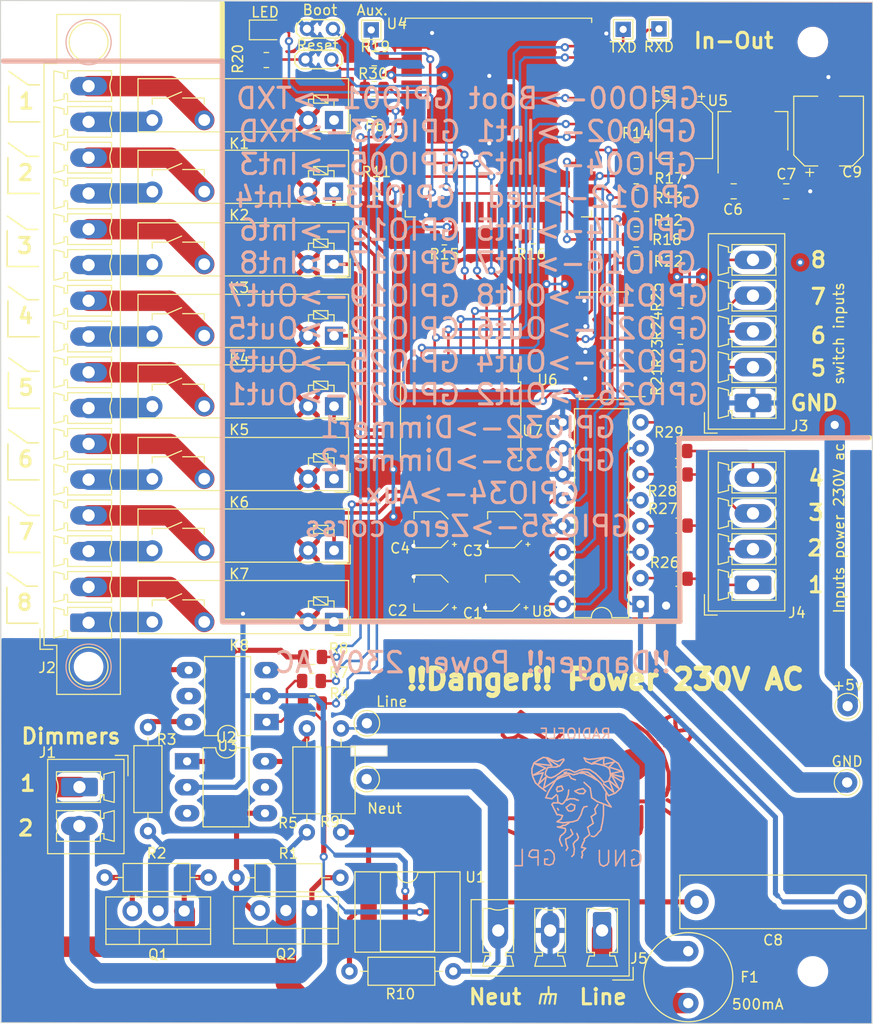
<source format=kicad_pcb>
(kicad_pcb (version 20220621) (generator pcbnew)
  (layers (0 "F.Cu" signal) (31 "B.Cu" signal) (34 "B.Paste" user) (35 "F.Paste" user) (36 "B.SilkS" user "B.Silkscreen") (37 "F.SilkS" user "F.Silkscreen") (38 "B.Mask" user) (39 "F.Mask" user) (44 "Edge.Cuts" user))
  (net 0 "")
  (net 1 "Net-(U4-IO2)")
  (net 2 "GND")
  (net 3 "Net-(U4-IO4)")
  (net 4 "Net-(U4-IO5)")
  (net 5 "Net-(U4-IO13)")
  (net 6 "+3V3")
  (net 7 "+5V")
  (net 8 "Net-(C8-Pad1)")
  (net 9 "NEUT")
  (net 10 "Net-(D1-K)")
  (net 11 "Net-(D1-A)")
  (net 12 "Net-(J1-Pin_1)")
  (net 13 "Net-(J2-Pin_1)")
  (net 14 "Net-(J2-Pin_2)")
  (net 15 "Net-(J2-Pin_3)")
  (net 16 "Net-(J2-Pin_4)")
  (net 17 "Net-(J2-Pin_5)")
  (net 18 "Net-(J2-Pin_6)")
  (net 19 "Net-(J2-Pin_7)")
  (net 20 "Net-(J2-Pin_8)")
  (net 21 "Net-(J2-Pin_9)")
  (net 22 "Net-(J2-Pin_10)")
  (net 23 "Net-(J2-Pin_11)")
  (net 24 "Net-(J2-Pin_12)")
  (net 25 "Net-(J2-Pin_13)")
  (net 26 "Net-(J2-Pin_14)")
  (net 27 "Net-(J2-Pin_15)")
  (net 28 "Net-(J2-Pin_16)")
  (net 29 "Net-(J3-Pin_2)")
  (net 30 "Net-(J3-Pin_3)")
  (net 31 "Net-(J3-Pin_4)")
  (net 32 "Net-(J3-Pin_5)")
  (net 33 "Net-(J4-Pin_1)")
  (net 34 "Net-(J4-Pin_2)")
  (net 35 "Net-(J4-Pin_3)")
  (net 36 "Net-(J4-Pin_4)")
  (net 37 "LINE")
  (net 38 "Earth")
  (net 39 "Net-(U4-IO0)")
  (net 40 "Net-(U4-EN)")
  (net 41 "Net-(U7-O1)")
  (net 42 "Net-(U7-O2)")
  (net 43 "Net-(U7-O3)")
  (net 44 "Net-(U7-O4)")
  (net 45 "Net-(U7-O5)")
  (net 46 "Net-(U7-O6)")
  (net 47 "Net-(U7-O7)")
  (net 48 "Net-(U7-O8)")
  (net 49 "Net-(Q1-G)")
  (net 50 "Net-(R3-Pad1)")
  (net 51 "Net-(U4-IO35)")
  (net 52 "Net-(R4-Pad2)")
  (net 53 "Net-(R5-Pad1)")
  (net 54 "Net-(U4-IO32)")
  (net 55 "Net-(R7-Pad2)")
  (net 56 "Net-(U4-IO33)")
  (net 57 "Net-(R8-Pad2)")
  (net 58 "Net-(R9-Pad1)")
  (net 59 "Net-(R10-Pad1)")
  (net 60 "Net-(U4-IO14)")
  (net 61 "Net-(U4-IO15)")
  (net 62 "Net-(U4-IO16)")
  (net 63 "Net-(U4-IO17)")
  (net 64 "Net-(R21-Pad1)")
  (net 65 "Net-(R22-Pad1)")
  (net 66 "Net-(R23-Pad1)")
  (net 67 "Net-(R24-Pad1)")
  (net 68 "Net-(R26-Pad1)")
  (net 69 "Net-(R27-Pad1)")
  (net 70 "Net-(R28-Pad1)")
  (net 71 "Net-(R29-Pad1)")
  (net 72 "Net-(R25-Pad1)")
  (net 73 "Net-(U4-IO34)")
  (net 74 "Net-(U4-RXD0{slash}IO3)")
  (net 76 "Net-(U4-TXD0{slash}IO1)")
  (net 84 "Net-(U4-IO25)")
  (net 85 "Net-(U4-IO26)")
  (net 86 "Net-(U4-IO27)")
  (net 93 "Net-(U4-IO18)")
  (net 94 "Net-(U4-IO19)")
  (net 96 "Net-(U4-IO21)")
  (net 97 "Net-(U4-IO22)")
  (net 98 "Net-(U4-IO23)")
  (net 99 "Net-(J1-Pin_2)")
  (net 100 "PRI_HI")
  (net 101 "Net-(Q2-G)")
  (footprint "Resistor_SMD:R_0805_2012Metric" (layer "F.Cu") (at 132.5875 58.9)
    (fp_text reference "R13")
    (fp_text value "10K")
  )
  (footprint "Capacitor_SMD:CP_Elec_3x5.4" (layer "F.Cu") (at 112.6 97.6 180)
    (fp_text reference "C2")
    (fp_text value "4.7uF")
  )
  (footprint "Capacitor_SMD:C_0805_2012Metric" (layer "F.Cu") (at 142.113 58.293 180)
    (fp_text reference "C6")
    (fp_text value "100nF")
  )
  (footprint "Package_TO_SOT_SMD:SOT-223-3_TabPin2" (layer "F.Cu") (at 144 52.4 90)
    (fp_text reference "U5")
    (fp_text value "LM1117-3.3")
  )
  (footprint "Resistor_THT:R_Axial_DIN0207_L6.3mm_D2.5mm_P10.16mm_Horizontal" (layer "F.Cu") (at 93.47 125.45)
    (fp_text reference "R1")
    (fp_text value "330R")
  )
  (footprint "LED_SMD:LED_0805_2012Metric" (layer "F.Cu") (at 96.4125 42.5)
    (fp_text reference "D1" hide)
    (fp_text value "LED")
  )
  (footprint "Resistor_SMD:R_0805_2012Metric" (layer "F.Cu") (at 113.8 62.8 180)
    (fp_text reference "R15")
    (fp_text value "10K")
  )
  (footprint "Symbol:Symbol_Danger_CopperTop_Big" (layer "F.Cu") (at 129.54 115.951)
    (fp_text reference "!!Danger!! Power 230V AC")
    (fp_text value "Symbol_Danger_CopperTop_Big" hide)
  )
  (footprint "Capacitor_SMD:CP_Elec_3x5.4" (layer "F.Cu") (at 119.8 91.4 180)
    (fp_text reference "C3")
    (fp_text value "4.7uF")
  )
  (footprint "Resistor_SMD:R_0805_2012Metric" (layer "F.Cu") (at 107.15 58.05)
    (fp_text reference "R11")
    (fp_text value "4k7")
  )
  (footprint "Resistor_SMD:R_0805_2012Metric" (layer "F.Cu") (at 96.3875 45.45)
    (fp_text reference "R20")
    (fp_text value "330R")
  )
  (footprint "Resistor_SMD:R_0805_2012Metric" (layer "F.Cu") (at 136.8875 71.4)
    (fp_text reference "R24")
    (fp_text value "4k7")
  )
  (footprint "Package_SO:SOIC-18W_7.5x11.6mm_P1.27mm" (layer "F.Cu") (at 115.4 80.8 -90)
    (fp_text reference "U7")
    (fp_text value "ULN2803A")
  )
  (footprint "Capacitor_THT:C_Rect_L18.0mm_W5.0mm_P15.00mm_FKS3_FKP3" (layer "F.Cu") (at 153.4668 127.8128 180)
    (fp_text reference "C8")
    (fp_text value "100nF 400V")
  )
  (footprint "Resistor_THT:R_Axial_DIN0207_L6.3mm_D2.5mm_P10.16mm_Horizontal" (layer "F.Cu") (at 80.5688 125.4252)
    (fp_text reference "R2")
    (fp_text value "330R")
  )
  (footprint "Fuse:Fuse_Littelfuse_372_D8.50mm" (layer "F.Cu") (at 137.668 132.6388 -90)
    (fp_text reference "F1")
    (fp_text value "500mA")
  )
  (footprint "Resistor_THT:R_Axial_DIN0207_L6.3mm_D2.5mm_P10.16mm_Horizontal" (layer "F.Cu") (at 84.8 110.72 -90)
    (fp_text reference "R3")
    (fp_text value "380R")
  )
  (footprint "Resistor_THT:R_Axial_DIN0207_L6.3mm_D2.5mm_P10.16mm_Horizontal" (layer "F.Cu") (at 104.52 134.6)
    (fp_text reference "R10")
    (fp_text value "66K")
  )
  (footprint "Connector_Pin:Pin_D1.0mm_L10.0mm" (layer "F.Cu") (at 153.2636 108.6612)
    (fp_text reference "H1" hide)
    (fp_text value "+5v")
  )
  (footprint "Resistor_SMD:R_0805_2012Metric" (layer "F.Cu") (at 100.8 106.2 180)
    (fp_text reference "R7")
    (fp_text value "220R")
  )
  (footprint "Resistor_SMD:R_0805_2012Metric" (layer "F.Cu") (at 136.6875 91)
    (fp_text reference "R27")
    (fp_text value "220K")
  )
  (footprint "Capacitor_SMD:CP_Elec_3x5.4" (layer "F.Cu") (at 119.6 97.6 180)
    (fp_text reference "C1")
    (fp_text value "4.7uF")
  )
  (footprint "Connector_Phoenix_MC:PhoenixContact_MCV_1,5_4-G-3.5_1x04_P3.50mm_Vertical" (layer "F.Cu") (at 144 96.8 90)
    (fp_text reference "J4")
    (fp_text value "Inputs power 230V ac")
  )
  (footprint "Resistor_SMD:R_0805_2012Metric" (layer "F.Cu") (at 100.9125 103.85 180)
    (fp_text reference "R8")
    (fp_text value "220R")
  )
  (footprint "Package_DIP:DIP-6_W7.62mm_LongPads" (layer "F.Cu") (at 96.408 110.221 180)
    (fp_text reference "U3")
    (fp_text value "MOC3051M")
  )
  (footprint "TestPoint:TestPoint_THTPad_1.5x1.5mm_Drill0.7mm" (layer "F.Cu") (at 131.3 42.45)
    (fp_text reference "TP2" hide)
    (fp_text value "TXD")
  )
  (footprint "Capacitor_SMD:CP_Elec_6.3x3" (layer "F.Cu") (at 151.4 52.4 90)
    (fp_text reference "C9")
    (fp_text value "220uF")
  )
  (footprint "Resistor_SMD:R_0805_2012Metric" (layer "F.Cu") (at 136.6875 86)
    (fp_text reference "R28")
    (fp_text value "220K")
  )
  (footprint "Resistor_THT:R_Axial_DIN0207_L6.3mm_D2.5mm_P10.16mm_Horizontal" (layer "F.Cu") (at 100.35 110.84 -90)
    (fp_text reference "R5")
    (fp_text value "380R")
  )
  (footprint "Resistor_SMD:R_0805_2012Metric" (layer "F.Cu") (at 106.95 45.275)
    (fp_text reference "R19")
    (fp_text value "10K")
  )
  (footprint "Resistor_SMD:R_0805_2012Metric" (layer "F.Cu") (at 132.575 56.825 180)
    (fp_text reference "R17")
    (fp_text value "4k7")
  )
  (footprint "Resistor_SMD:R_0805_2012Metric" (layer "F.Cu") (at 132.5875 63 180)
    (fp_text reference "R18")
    (fp_text value "4k7")
  )
  (footprint "Relay_THT:Relay_HF49FDxxx-1h1" (layer "F.Cu") (at 103.01 51.3225 180)
    (fp_text reference "K1")
    (fp_text value "HF49FD-005-1H11")
  )
  (footprint "Capacitor_SMD:CP_Elec_5x3" (layer "F.Cu") (at 137.287 52.324 -90)
    (fp_text reference "C5")
    (fp_text value "22uF")
  )
  (footprint "Resistor_SMD:R_0805_2012Metric" (layer "F.Cu") (at 132.6125 54.25)
    (fp_text reference "R14")
    (fp_text value "10K")
  )
  (footprint "Resistor_SMD:R_0805_2012Metric" (layer "F.Cu") (at 106.9375 48.275 180)
    (fp_text reference "R30")
    (fp_text value "4k7")
  )
  (footprint "Connector_Phoenix_MC:PhoenixContact_MCV_1,5_16-GF-3.5_1x16_P3.50mm_Vertical_ThreadedFlange_MountHole" (layer "F.Cu") (at 78.9925 100.5 90)
    (fp_text reference "J2")
    (fp_text value "Relays")
  )
  (footprint "Package_DIP:DIP-6_W7.62mm_SMDSocket_SmallPads" (layer "F.Cu") (at 110.2 128.8)
    (fp_text reference "U1")
    (fp_text value "H11AA1")
  )
  (footprint "Connector_Pin:Pin_D1.0mm_L10.0mm" (layer "F.Cu") (at 106.2 115.8)
    (fp_text reference "H4" hide)
    (fp_text value "Neut")
  )
  (footprint "Capacitor_SMD:C_0805_2012Metric" (layer "F.Cu") (at 147.259 58.293)
    (fp_text reference "C7")
    (fp_text value "100nF")
  )
  (footprint "Connector_Pin:Pin_D1.0mm_L10.0mm" (layer "F.Cu") (at 153.2128 116.1288)
    (fp_text reference "H2" hide)
    (fp_text value "GND")
  )
  (footprint "Resistor_SMD:R_0805_2012Metric" (layer "F.Cu") (at 136.8875 74)
    (fp_text reference "R23")
    (fp_text value "4k7")
  )
  (footprint "Package_SO:SOIC-16_4.55x10.3mm_P1.27mm" (layer "F.Cu") (at 129.4 73.4 180)
    (fp_text reference "U6")
    (fp_text value "TLP291-4")
  )
  (footprint "MountingHole:MountingHole_2.5mm" (layer "F.Cu") (at 149.86 43.688)
    (fp_text reference "REF**" hide)
    (fp_text value "2.5mm" hide)
  )
  (footprint "Resistor_SMD:R_0805_2012Metric" (layer "F.Cu") (at 132.625 65.3)
    (fp_text reference "R22")
    (fp_text value "100")
  )
  (footprint "Relay_THT:Relay_HF49FDxxx-1h1" (layer "F.Cu") (at 103.01 65.4225 180)
    (fp_text reference "K3")
    (fp_text value "HF49FD-005-1H11")
  )
  (footprint "Package_TO_SOT_THT:TO-220-3_Vertical" (layer "F.Cu") (at 100.84 128.655 180)
    (fp_text reference "Q2")
    (fp_text value "TIC226")
  )
  (footprint "TestPoint:TestPoint_2Pads_Pitch2.54mm_Drill0.8mm" (layer "F.Cu") (at 102.9 42.4 180)
    (fp_text reference "JP1" hide)
    (fp_text value "Boot")
  )
  (footprint "Relay_THT:Relay_HF49FDxxx-1h1" (layer "F.Cu") (at 103.01 58.3225 180)
    (fp_text reference "K2")
    (fp_text value "HF49FD-005-1H11")
  )
  (footprint "Connector_Phoenix_MC:PhoenixContact_MCV_1,5_2-G-3.81_1x02_P3.81mm_Vertical" (layer "F.Cu") (at 78.0975 116.5781 -90)
    (fp_text reference "J1")
    (fp_text value "Dimmers")
  )
  (footprint "Resistor_SMD:R_0805_2012Metric" (layer "F.Cu") (at 136.6875 96.2)
    (fp_text reference "R26")
    (fp_text value "220K")
  )
  (footprint "Resistor_THT:R_Axial_DIN0207_L6.3mm_D2.5mm_P10.16mm_Horizontal" (layer "F.Cu") (at 103.7 121 90)
    (fp_text reference "R9")
    (fp_text value "66K")
  )
  (footprint "Resistor_SMD:R_0805_2012Metric" (layer "F.Cu") (at 136.8875 76.6)
    (fp_text reference "R21")
    (fp_text value "4k7")
  )
  (footprint "Package_DIP:DIP-16_W7.62mm" (layer "F.Cu") (at 133 98.675 180)
    (fp_text reference "U8")
    (fp_text value "TLP290-4")
  )
  (footprint "Connector_Phoenix_MC_HighVoltage:PhoenixContact_MCV_1,5_3-G-5.08_1x03_P5.08mm_Vertical" (layer "F.Cu") (at 129.2352 130.6068 180)
    (fp_text reference "J5")
    (fp_text value "Power 230V ac")
  )
  (footprint "Resistor_SMD:R_0805_2012Metric" (layer "F.Cu") (at 106.925 50.25 180)
    (fp_text reference "R6")
    (fp_text value "4k7")
  )
  (footprint "MountingHole:MountingHole_2.5mm" (layer "F.Cu") (at 149.86 134.62)
    (fp_text reference "REF**" hide)
    (fp_text value "2.5mm" hide)
  )
  (footprint "TestPoint:TestPoint_THTPad_1.5x1.5mm_Drill0.7mm" (layer "F.Cu") (at 134.8 42.4)
    (fp_text reference "TP1" hide)
    (fp_text value "RXD")
  )
  (footprint "Package_DIP:DIP-6_W7.62mm_LongPads" (layer "F.Cu") (at 88.631 114.061)
    (fp_text reference "U2")
    (fp_text value "MOC3051M")
  )
  (footprint "Relay_THT:Relay_HF49FDxxx-1h1" (layer "F.Cu") (at 103.01 100.4225 180)
    (fp_text reference "K8")
    (fp_text value "HF49FD-005-1H11")
  )
  (footprint "TestPoint:TestPoint_2Pads_Pitch2.54mm_Drill0.8mm" (layer "F.Cu") (at 102.75 45.4 180)
    (fp_text reference "JP2" hide)
    (fp_text value "Reset")
  )
  (footprint "Relay_THT:Relay_HF49FDxxx-1h1" (layer "F.Cu") (at 103.01 72.4225 180)
    (fp_text reference "K4")
    (fp_text value "HF49FD-005-1H11")
  )
  (footprint "Connector_Phoenix_MC:PhoenixContact_MCV_1,5_5-G-3.5_1x05_P3.50mm_Vertical" (layer "F.Cu") (at 144 79 90)
    (fp_text reference "J3")
    (fp_text value "switch inputs")
  )
  (footprint "Resistor_SMD:R_0805_2012Metric" (layer "F.Cu") (at 136.65 83.7)
    (fp_text reference "R29")
    (fp_text value "220K")
  )
  (footprint "Resistor_SMD:R_0805_2012Metric" (layer "F.Cu") (at 132.6125 61)
    (fp_text reference "R12")
    (fp_text value "10K")
  )
  (footprint "Relay_THT:Relay_HF49FDxxx-1h1" (layer "F.Cu") (at 103.01 79.3225 180)
    (fp_text reference "K5")
    (fp_text value "HF49FD-005-1H11")
  )
  (footprint "Resistor_SMD:R_0805_2012Metric" (layer "F.Cu") (at 136.8875 69)
    (fp_text reference "R25")
    (fp_text value "4k7")
  )
  (footprint "Package_TO_SOT_THT:TO-220-3_Vertical" (layer "F.Cu") (at 88.35 128.7 180)
    (fp_text reference "Q1")
    (fp_text value "TIC226")
  )
  (footprint "Capacitor_SMD:CP_Elec_3x5.4" (layer "F.Cu") (at 112.6 91.4 180)
    (fp_text reference "C4")
    (fp_text value "4.7uF")
  )
  (footprint "RF_Module:ESP32-WROOM-32U" (layer "F.Cu") (at 119.1 51.075)
    (fp_text reference "U4")
    (fp_text value "ESP32-WROOM-32UE")
  )
  (footprint "Resistor_SMD:R_0805_2012Metric" (layer "F.Cu") (at 100.8875 108.4 180)
    (fp_text reference "R4")
    (fp_text value "150R")
  )
  (footprint "Connector_Pin:Pin_D1.0mm_L10.0mm" (layer "F.Cu") (at 106.2228 110.3376)
    (fp_text reference "H3" hide)
    (fp_text value "Line")
  )
  (footprint "Relay_THT:Relay_HF49FDxxx-1h1" (layer "F.Cu") (at 103.01 93.4225 180)
    (fp_text reference "K7")
    (fp_text value "HF49FD-005-1H11")
  )
  (footprint "TestPoint:TestPoint_THTPad_1.5x1.5mm_Drill0.7mm" (layer "F.Cu") (at 106.65 42.5)
    (fp_text reference "TP3" hide)
    (fp_text value "Aux.")
  )
  (footprint "Relay_THT:Relay_HF49FDxxx-1h1" (layer "F.Cu") (at 103.01 86.4225 180)
    (fp_text reference "K6")
    (fp_text value "HF49FD-005-1H11")
  )
  (footprint "Resistor_SMD:R_0805_2012Metric" (layer "F.Cu") (at 122.5 62.7)
    (fp_text reference "R16")
    (fp_text value "4k7")
  )
  (footprint "Symbol:Symbol_GNU-Logo_SilkscreenTop" (layer "B.Cu") (at 126.62281 117.42293 180)
    (fp_text reference "RADIOELF")
    (fp_text value "Symbol_GNU-Logo_SilkscreenTop")
  )
  (gr_line (start 92.075 45.55) (end 70.65 45.55) (stroke (width 0.5)) (layer "B.SilkS"))
  (gr_line (start 155.225 82.4) (end 136.775 82.475) (stroke (width 0.5)) (layer "B.SilkS"))
  (gr_line (start 136.775 82.55) (end 136.85 100.325) (stroke (width 0.5)) (layer "B.SilkS"))
  (gr_line (start 92.075 100.3) (end 92.075 45.55) (stroke (width 0.5)) (layer "B.SilkS"))
  (gr_line (start 136.875 100.375) (end 92.1 100.425) (stroke (width 0.5)) (layer "B.SilkS"))
  (gr_line (start 74.15 58.5) (end 71.1 58.5) (stroke (width 0.15)) (layer "F.SilkS"))
  (gr_line (start 74.1 54.875) (end 73 54.875) (stroke (width 0.15)) (layer "F.SilkS"))
  (gr_line (start 71.5 67.85) (end 71.15 67.6) (stroke (width 0.15)) (layer "F.SilkS"))
  (gr_line (start 124.2507 136.8624) (end 124.0757 137.7624) (stroke (width 0.2)) (layer "F.SilkS"))
  (gr_line (start 74.1 68.9) (end 73 68.9) (stroke (width 0.15)) (layer "F.SilkS"))
  (gr_line (start 123.8007 136.8374) (end 123.6007 137.7624) (stroke (width 0.2)) (layer "F.SilkS"))
  (gr_line (start 74.1 82.9) (end 73 82.9) (stroke (width 0.15)) (layer "F.SilkS"))
  (gr_line (start 155.4 82.4) (end 136.775 82.475) (stroke (width 0.5)) (layer "F.SilkS"))
  (gr_line (start 73 82.9) (end 71.5 81.85) (stroke (width 0.15)) (layer "F.SilkS"))
  (gr_line (start 74.15 75.9) (end 73.05 75.9) (stroke (width 0.15)) (layer "F.SilkS"))
  (gr_line (start 71.5 81.85) (end 71.15 81.6) (stroke (width 0.15)) (layer "F.SilkS"))
  (gr_line (start 71.4 95.875) (end 71.05 95.625) (stroke (width 0.15)) (layer "F.SilkS"))
  (gr_line (start 71.5 53.825) (end 71.15 53.575) (stroke (width 0.15)) (layer "F.SilkS"))
  (gr_line (start 74.05 100.55) (end 71 100.55) (stroke (width 0.15)) (layer "F.SilkS"))
  (gr_line (start 73 68.9) (end 71.5 67.85) (stroke (width 0.15)) (layer "F.SilkS"))
  (gr_line (start 71.025 65.65) (end 71.025 62.15) (stroke (width 0.15)) (layer "F.SilkS"))
  (gr_line (start 74.225 93.625) (end 71.175 93.625) (stroke (width 0.15)) (layer "F.SilkS"))
  (gr_line (start 74.15 72.525) (end 71.1 72.525) (stroke (width 0.15)) (layer "F.SilkS"))
  (gr_line (start 71.1 72.525) (end 71.1 69.025) (stroke (width 0.15)) (layer "F.SilkS"))
  (gr_line (start 124.0007 136.1374) (end 124.0132 136.8374) (stroke (width 0.2)) (layer "F.SilkS"))
  (gr_line (start 71.15 79.525) (end 71.15 76.025) (stroke (width 0.15)) (layer "F.SilkS"))
  (gr_line (start 74.075 65.65) (end 71.025 65.65) (stroke (width 0.15)) (layer "F.SilkS"))
  (gr_line (start 71.1 86.525) (end 71.1 83.025) (stroke (width 0.15)) (layer "F.SilkS"))
  (gr_line (start 71.575 88.95) (end 71.225 88.7) (stroke (width 0.15)) (layer "F.SilkS"))
  (gr_line (start 71.175 51.5) (end 71.175 48) (stroke (width 0.15)) (layer "F.SilkS"))
  (gr_line (start 74.175 90) (end 73.075 90) (stroke (width 0.15)) (layer "F.SilkS"))
  (gr_line (start 73.075 90) (end 71.575 88.95) (stroke (width 0.15)) (layer "F.SilkS"))
  (gr_line (start 73 54.875) (end 71.5 53.825) (stroke (width 0.15)) (layer "F.SilkS"))
  (gr_line (start 74.025 62.025) (end 72.925 62.025) (stroke (width 0.15)) (layer "F.SilkS"))
  (gr_line (start 71.175 93.625) (end 71.175 90.125) (stroke (width 0.15)) (layer "F.SilkS"))
  (gr_line (start 74.2 79.525) (end 71.15 79.525) (stroke (width 0.15)) (layer "F.SilkS"))
  (gr_line (start 74.15 86.525) (end 71.1 86.525) (stroke (width 0.15)) (layer "F.SilkS"))
  (gr_line (start 72.9 96.925) (end 71.4 95.875) (stroke (width 0.15)) (layer "F.SilkS"))
  (gr_line (start 136.775 82.525) (end 136.875 100.35) (stroke (width 0.5)) (layer "F.SilkS"))
  (gr_line (start 124.7257 136.8374) (end 123.3007 136.8374) (stroke (width 0.2)) (layer "F.SilkS"))
  (gr_line (start 74.225 51.5) (end 71.175 51.5) (stroke (width 0.15)) (layer "F.SilkS"))
  (gr_line (start 123.3007 136.8374) (end 123.1257 137.7624) (stroke (width 0.2)) (layer "F.SilkS"))
  (gr_line (start 74.175 47.875) (end 73.075 47.875) (stroke (width 0.15)) (layer "F.SilkS"))
  (gr_line (start 72.925 62.025) (end 71.425 60.975) (stroke (width 0.15)) (layer "F.SilkS"))
  (gr_line (start 92.075 100.3) (end 92.075 39.878) (stroke (width 0.5)) (layer "F.SilkS"))
  (gr_line (start 71.55 74.85) (end 71.2 74.6) (stroke (width 0.15)) (layer "F.SilkS"))
  (gr_line (start 124.7257 136.8374) (end 124.6007 137.7874) (stroke (width 0.2)) (layer "F.SilkS"))
  (gr_line (start 73.075 47.875) (end 71.575 46.825) (stroke (width 0.15)) (layer "F.SilkS"))
  (gr_line (start 71.575 46.825) (end 71.225 46.575) (stroke (width 0.15)) (layer "F.SilkS"))
  (gr_line (start 71.1 58.5) (end 71.1 55) (stroke (width 0.15)) (layer "F.SilkS"))
  (gr_line (start 136.875 100.35) (end 92.075 100.33) (stroke (width 0.5)) (layer "F.SilkS"))
  (gr_line (start 73.05 75.9) (end 71.55 74.85) (stroke (width 0.15)) (layer "F.SilkS"))
  (gr_line (start 71 100.55) (end 71 97.05) (stroke (width 0.15)) (layer "F.SilkS"))
  (gr_line (start 74 96.925) (end 72.9 96.925) (stroke (width 0.15)) (layer "F.SilkS"))
  (gr_line (start 71.425 60.975) (end 71.075 60.725) (stroke (width 0.15)) (layer "F.SilkS"))
  (gr_line (start 108.204 113.538) (end 104.648 113.538) (stroke (width 0.1)) (layer "Edge.Cuts"))
  (gr_line (start 155.65 139.725) (end 70.425 139.625) (stroke (width 0.1)) (layer "Edge.Cuts"))
  (gr_line (start 104.648 112.522) (end 104.648 113.538) (stroke (width 0.1)) (layer "Edge.Cuts"))
  (gr_line (start 108.204 112.522) (end 104.648 112.522) (stroke (width 0.1)) (layer "Edge.Cuts"))
  (gr_line (start 155.7 39.775) (end 155.65 139.725) (stroke (width 0.1)) (layer "Edge.Cuts"))
  (gr_line (start 108.204 112.522) (end 108.204 113.538) (stroke (width 0.1)) (layer "Edge.Cuts"))
  (gr_line (start 70.375 39.625) (end 155.7 39.775) (stroke (width 0.1)) (layer "Edge.Cuts"))
  (gr_line (start 70.425 139.625) (end 70.375 39.625) (stroke (width 0.1)) (layer "Edge.Cuts"))
  (gr_text "GPIO00->Boot GPIO01->TXD\nGPIO02->Int1 GPIO03->RXD\nGPIO04->Int2 GPIO05->Int3\nGPIO12->Led  GPIO13->Int4\nGPIO14->Int5 GPIO15->Int6\nGPIO16->Int7 GPIO17->Int8\nGPIO18->Out8 GPIO19->Out7\nGPIO21->Out6 GPIO22->Out5\nGPIO23->Out4 GPIO25->Out3\nGPIO26->Out2 GPIO27->Out1\nGPIO32->Dimmer1\nGPIO33->Dimmer2\nGPIO34->Aux.\nGPIO35->Zero corss\n\n\n" (at 116.1 73.35) (layer "B.SilkS") (effects (font (size 2 2) (thickness 0.3)) (justify mirror)))
  (gr_text "!!Danger!! Power 230V AC" (at 116.586 104.394) (layer "B.SilkS") (effects (font (size 2 2) (thickness 0.3)) (justify mirror)))
  (gr_text "5" (at 150.4 75.6) (layer "F.SilkS") (effects (font (size 1.5 1.5) (thickness 0.3))))
  (gr_text "1" (at 72.9 49.475) (layer "F.SilkS") (effects (font (size 1.5 1.5) (thickness 0.3))))
  (gr_text "7" (at 150.4 68.6) (layer "F.SilkS") (effects (font (size 1.5 1.5) (thickness 0.3))))
  (gr_text "1" (at 73.0504 116.2304) (layer "F.SilkS") (effects (font (size 1.5 1.5) (thickness 0.3))))
  (gr_text "3" (at 150.175 89.725) (layer "F.SilkS") (effects (font (size 1.5 1.5) (thickness 0.3))))
  (gr_text "5" (at 72.875 77.5) (layer "F.SilkS") (effects (font (size 1.5 1.5) (thickness 0.3))))
  (gr_text "8" (at 72.725 98.525) (layer "F.SilkS") (effects (font (size 1.5 1.5) (thickness 0.3))))
  (gr_text "1" (at 150.15 96.8) (layer "F.SilkS") (effects (font (size 1.5 1.5) (thickness 0.3))))
  (gr_text "2" (at 72.8472 120.5992) (layer "F.SilkS") (effects (font (size 1.5 1.5) (thickness 0.3))))
  (gr_text "Dimmers" (at 77.2668 111.6076) (layer "F.SilkS") (effects (font (size 1.5 1.5) (thickness 0.3))))
  (gr_text "3" (at 72.75 63.625) (layer "F.SilkS") (effects (font (size 1.5 1.5) (thickness 0.3))))
  (gr_text "6" (at 150.4 72.4) (layer "F.SilkS") (effects (font (size 1.5 1.5) (thickness 0.3))))
  (gr_text "4" (at 72.825 70.5) (layer "F.SilkS") (effects (font (size 1.5 1.5) (thickness 0.3))))
  (gr_text "4" (at 150.175 86.375) (layer "F.SilkS") (effects (font (size 1.5 1.5) (thickness 0.3))))
  (gr_text "GND" (at 150 79) (layer "F.SilkS") (effects (font (size 1.5 1.5) (thickness 0.3))))
  (gr_text "7" (at 72.9 91.6) (layer "F.SilkS") (effects (font (size 1.5 1.5) (thickness 0.3))))
  (gr_text "8" (at 150.4 65) (layer "F.SilkS") (effects (font (size 1.5 1.5) (thickness 0.3))))
  (gr_text "In-Out" (at 142.113 43.561) (layer "F.SilkS") (effects (font (size 1.5 1.5) (thickness 0.3))))
  (gr_text "2" (at 150.075 93.2) (layer "F.SilkS") (effects (font (size 1.5 1.5) (thickness 0.3))))
  (gr_text "Line" (at 129.3368 137.1092) (layer "F.SilkS") (effects (font (size 1.5 1.5) (thickness 0.3))))
  (gr_text "2" (at 72.825 56.475) (layer "F.SilkS") (effects (font (size 1.5 1.5) (thickness 0.3))))
  (gr_text "6" (at 72.825 84.5) (layer "F.SilkS") (effects (font (size 1.5 1.5) (thickness 0.3))))
  (gr_text "Neut" (at 118.7704 137.1092) (layer "F.SilkS") (effects (font (size 1.5 1.5) (thickness 0.3))))
  (segment (start 126.005 60.33) (end 126.675 61) (width 0.25) (layer "F.Cu") (net 1))
  (segment (start 124.815 60.33) (end 126.005 60.33) (width 0.25) (layer "F.Cu") (net 1))
  (segment (start 124.075 98.675) (end 125.38 98.675) (width 0.25) (layer "F.Cu") (net 1))
  (segment (start 126.675 61) (end 130.75 61) (width 0.25) (layer "F.Cu") (net 1))
  (segment (start 130.75 61) (end 131.7 61) (width 0.25) (layer "F.Cu") (net 1))
  (segment (start 121.1 97.6) (end 123 97.6) (width 0.25) (layer "F.Cu") (net 1))
  (segment (start 123 97.6) (end 124.075 98.675) (width 0.25) (layer "F.Cu") (net 1))
  (via (at 130.75 61) (size 0.8) (drill 0.4) (layers "F.Cu" "B.Cu") (net 1))
  (segment (start 128.05 98.675) (end 129.625 97.1) (width 0.25) (layer "B.Cu") (net 1))
  (segment (start 129.625 97.1) (end 129.625 80.35) (width 0.25) (layer "B.Cu") (net 1))
  (segment (start 130.75 79.225) (end 130.75 61) (width 0.25) (layer "B.Cu") (net 1))
  (segment (start 129.625 80.35) (end 130.75 79.225) (width 0.25) (layer "B.Cu") (net 1))
  (segment (start 125.38 98.675) (end 128.05 98.675) (width 0.25) (layer "B.Cu") (net 1))
  (segment (start 127.6 76.6) (end 126.175 76.6) (width 0.25) (layer "F.Cu") (net 2))
  (segment (start 141.163 55.921) (end 141.163 58.293) (width 0.5) (layer "F.Cu") (net 2))
  (segment (start 110.8268 131.35) (end 110.8368 131.34) (width 0.25) (layer "F.Cu") (net 2))
  (segment (start 110.615 74.625) (end 110.32 74.92) (width 0.25) (layer "F.Cu") (net 2))
  (segment (start 110.8 96) (end 110.8 97.3) (width 0.25) (layer "F.Cu") (net 2))
  (segment (start 118.2 53.4) (end 118.1 53.3) (width 0.25) (layer "F.Cu") (net 2))
  (segment (start 127.63 42.85) (end 127.6 42.82) (width 0.25) (layer "F.Cu") (net 2))
  (segment (start 129.65 42.85) (end 127.63 42.85) (width 0.25) (layer "F.Cu") (net 2))
  (segment (start 112.6 42.8) (end 110.62 42.8) (width 0.25) (layer "F.Cu") (net 2))
  (segment (start 151.384 47.117) (end 151.384 49.684) (width 0.25) (layer "F.Cu") (net 2))
  (segment (start 117.975 92.975) (end 117.975 91.725) (width 0.25) (layer "F.Cu") (net 2))
  (segment (start 112 60.6) (end 113.115 60.6) (width 0.25) (layer "F.Cu") (net 2))
  (segment (start 126.15 68.955) (end 126.202846 69.007846) (width 0.25) (layer "F.Cu") (net 2))
  (segment (start 126.155 71.5) (end 126.15 71.495) (width 0.25) (layer "F.Cu") (net 2))
  (segment (start 126.185 74) (end 126.15 74.035) (width 0.25) (layer "F.Cu") (net 2))
  (segment (start 151.4 49.7) (end 150.95 49.25) (width 0.25) (layer "F.Cu") (net 2))
  (segment (start 118 92.95) (end 117.975 92.975) (width 0.25) (layer "F.Cu") (net 2))
  (segment (start 127.6 71.5) (end 126.155 71.5) (width 0.25) (layer "F.Cu") (net 2))
  (segment (start 110.775 91.725) (end 111.1 91.4) (width 0.25) (layer "F.Cu") (net 2))
  (segment (start 110.8 97.3) (end 111.1 97.6) (width 0.25) (layer "F.Cu") (net 2))
  (segment (start 127.6 74) (end 126.185 74) (width 0.25) (layer "F.Cu") (net 2))
  (segment (start 117.8 99.025) (end 117.8 97.9) (width 0.25) (layer "F.Cu") (net 2))
  (segment (start 110.8368 131.34) (end 114.01 131.34) (width 0.5) (layer "F.Cu") (net 2))
  (segment (start 126.202846 69.007846) (end 127.5005 69.007846) (width 0.25) (layer "F.Cu") (net 2))
  (segment (start 110.875 74.625) (end 110.615 74.625) (width 0.25) (layer "F.Cu") (net 2))
  (segment (start 97.35 45.4) (end 97.3 45.45) (width 0.25) (layer "F.Cu") (net 2))
  (segment (start 117.975 91.725) (end 118.3 91.4) (width 0.25) (layer "F.Cu") (net 2))
  (segment (start 118.2 47) (end 118.1 47.1) (width 0.25) (layer "F.Cu") (net 2))
  (segment (start 100.21 45.4) (end 97.35 45.4) (width 0.25) (layer "F.Cu") (net 2))
  (segment (start 109.982 126.746) (end 109.982 130.5052) (width 0.5) (layer "F.Cu") (net 2))
  (segment (start 117.8 97.9) (end 118.1 97.6) (width 0.25) (layer "F.Cu") (net 2))
  (segment (start 118.1 47.1) (end 118.1 50.32) (width 0.25) (layer "F.Cu") (net 2))
  (segment (start 140.792 55.55) (end 138.313 55.55) (width 0.5) (layer "F.Cu") (net 2))
  (segment (start 113.115 60.6) (end 113.385 60.33) (width 0.25) (layer "F.Cu") (net 2))
  (segment (start 110.62 42.8) (end 110.6 42.82) (width 0.25) (layer "F.Cu") (net 2))
  (segment (start 109.982 130.5052) (end 110.8268 131.35) (width 0.5) (layer "F.Cu") (net 2))
  (segment (start 126.175 76.6) (end 126.15 76.575) (width 0.25) (layer "F.Cu") (net 2))
  (segment (start 110.32 76.15) (end 110.32 74.92) (width 0.25) (layer "F.Cu") (net 2))
  (segment (start 137.287 56.896) (end 137.287 54.524) (width 0.5) (layer "F.Cu") (net 2))
  (segment (start 151.384 49.684) (end 151.4 49.7) (width 0.25) (layer "F.Cu") (net 2))
  (segment (start 118.1 53.3) (end 118.1 50.32) (width 0.25) (layer "F.Cu") (net 2))
  (segment (start 141.7 55.55) (end 140.792 55.55) (width 0.5) (layer "F.Cu") (net 2))
  (segment (start 138.313 55.55) (end 137.287 54.524) (width 0.5) (layer "F.Cu") (net 2))
  (segment (start 149.606 58.293) (end 148.209 58.293) (width 0.25) (layer "F.Cu") (net 2))
  (segment (start 110.775 92.975) (end 110.775 91.725) (width 0.25) (layer "F.Cu") (net 2))
  (via (at 151.384 47.117) (size 0.8) (drill 0.4) (layers "F.Cu" "B.Cu") (net 2))
  (via (at 129.65 42.85) (size 0.8) (drill 0.4) (layers "F.Cu" "B.Cu") (net 2))
  (via (at 110.775 92.975) (size 0.8) (drill 0.4) (layers "F.Cu" "B.Cu") (net 2))
  (via (at 127.6 76.6) (size 0.8) (drill 0.4) (layers "F.Cu" "B.Cu") (net 2))
  (via (at 137.287 56.896) (size 0.8) (drill 0.4) (layers "F.Cu" "B.Cu") (net 2))
  (via (at 118.2 53.6) (size 0.8) (drill 0.4) (layers "F.Cu" "B.Cu") (net 2))
  (via (at 110.8 96) (size 0.8) (drill 0.4) (layers "F.Cu" "B.Cu") (net 2))
  (via (at 94.1 99.625) (size 0.8) (drill 0.4) (layers "F.Cu" "B.Cu") (net 2))
  (via (at 117.8 99.025) (size 0.8) (drill 0.4) (layers "F.Cu" "B.Cu") (net 2))
  (via (at 110.875 74.625) (size 0.8) (drill 0.4) (layers "F.Cu" "B.Cu") (net 2))
  (via (at 149.606 58.293) (size 0.8) (drill 0.4) (layers "F.Cu" "B.Cu") (net 2))
  (via (at 127.6 71.5) (size 0.8) (drill 0.4) (layers "F.Cu" "B.Cu") (net 2))
  (via (at 118.2 47) (size 0.8) (drill 0.4) (layers "F.Cu" "B.Cu") (net 2))
  (via (at 135.5 98.825) (size 1.6) (drill 0.8) (layers "F.Cu" "B.Cu") (net 2))
  (via (at 112 60.6) (size 0.8) (drill 0.4) (layers "F.Cu" "B.Cu") (net 2))
  (via (at 117.975 92.975) (size 0.8) (drill 0.4) (layers "F.Cu" "B.Cu") (net 2))
  (via (at 109.982 126.746) (size 0.8) (drill 0.4) (layers "F.Cu" "B.Cu") (net 2))
  (via (at 127.6 74) (size 0.8) (drill 0.4) (layers "F.Cu" "B.Cu") (net 2))
  (via (at 112.6 42.8) (size 0.8) (drill 0.4) (layers "F.Cu" "B.Cu") (net 2))
  (via (at 127.5005 69.007846) (size 0.8) (drill 0.4) (layers "F.Cu" "B.Cu") (net 2))
  (segment (start 109.3216 123.2408) (end 103.1748 123.2408) (width 0.5) (layer "B.Cu") (net 2))
  (segment (start 135.5 103.15) (end 135.5 98.825) (width 2) (layer "B.Cu") (net 2))
  (segment (start 114.808 54.0004) (end 114.808 57.3024) (width 0.25) (layer "B.Cu") (net 2))
  (segment (start 101.9556 108.5596) (end 101.031 107.635) (width 0.5) (layer "B.Cu") (net 2))
  (segment (start 153.2128 116.1288) (end 148.4788 116.1288) (width 2) (layer "B.Cu") (net 2))
  (segment (start 93.385 116.615) (end 93.371 116.601) (width 0.25) (layer "B.Cu") (net 2))
  (segment (start 114.9604 57.4548) (end 114.9604 58.7756) (width 0.25) (layer "B.Cu") (net 2))
  (segment (start 101.031 107.635) (end 96.375 107.635) (width 0.5) (layer "B.Cu") (net 2))
  (segment (start 94.1 115.9) (end 94.1 107.65) (width 0.5) (layer "B.Cu") (net 2))
  (segment (start 94.115 107.635) (end 94.1 107.65) (width 0.5) (layer "B.Cu") (net 2))
  (segment (start 148.4788 116.1288) (end 135.5 103.15) (width 2) (layer "B.Cu") (net 2))
  (segment (start 103.1748 123.2408) (end 101.9556 122.0216) (width 0.25) (layer "B.Cu") (net 2))
  (segment (start 109.982 123.9012) (end 109.3216 123.2408) (width 0.5) (layer "B.Cu") (net 2))
  (segment (start 94.1 107.375) (end 94.1 107.65) (width 0.5) (layer "B.Cu") (net 2))
  (segment (start 94.1 99.625) (end 94.1 107.375) (width 0.5) (layer "B.Cu") (net 2))
  (segment (start 114.808 57.3024) (end 114.9604 57.4548) (width 0.25) (layer "B.Cu") (net 2))
  (segment (start 93.385 116.615) (end 94.1 115.9) (width 0.5) (layer "B.Cu") (net 2))
  (segment (start 101.9556 122.0216) (end 101.9556 108.5596) (width 0.5) (layer "B.Cu") (net 2))
  (segment (start 93.371 116.601) (end 88.631 116.601) (width 0.5) (layer "B.Cu") (net 2))
  (segment (start 109.982 126.746) (end 109.982 123.9012) (width 0.5) (layer "B.Cu") (net 2))
  (segment (start 96.375 107.635) (end 94.115 107.635) (width 0.5) (layer "B.Cu") (net 2))
  (segment (start 123.675 95.225) (end 122.975 95.925) (width 0.25) (layer "F.Cu") (net 3))
  (segment (start 124.505 93.595) (end 123.675 94.425) (width 0.25) (layer "F.Cu") (net 3))
  (segment (start 123.675 94.425) (end 123.675 95.225) (width 0.25) (layer "F.Cu") (net 3))
  (segment (start 127.6 58.06) (end 129.61 58.06) (width 0.25) (layer "F.Cu") (net 3))
  (segment (start 114.046 97.546) (end 114.1 97.6) (width 0.25) (layer "F.Cu") (net 3))
  (segment (start 130.025 58.475) (end 130.025 58.9) (width 0.25) (layer "F.Cu") (net 3))
  (segment (start 127.66 58) (end 127.6 58.06) (width 0.25) (layer "F.Cu") (net 3))
  (segment (start 129.61 58.06) (end 130.025 58.475) (width 0.25) (layer "F.Cu") (net 3))
  (segment (start 122.975 95.925) (end 114.387 95.925) (width 0.25) (layer "F.Cu") (net 3))
  (segment (start 114.387 95.925) (end 114.046 96.266) (width 0.25) (layer "F.Cu") (net 3))
  (segment (start 130.025 58.9) (end 131.675 58.9) (width 0.25) (layer "F.Cu") (net 3))
  (segment (start 114.046 96.266) (end 114.046 97.546) (width 0.25) (layer "F.Cu") (net 3))
  (segment (start 125.38 93.595) (end 124.505 93.595) (width 0.25) (layer "F.Cu") (net 3))
  (via (at 130.025 58.9) (size 0.8) (drill 0.4) (layers "F.Cu" "B.Cu") (net 3))
  (segment (start 130 58.925) (end 130.025 58.9) (width 0.25) (layer "B.Cu") (net 3))
  (segment (start 128.525 80.025) (end 130 78.55) (width 0.25) (layer "B.Cu") (net 3))
  (segment (start 130 78.55) (end 130 58.925) (width 0.25) (layer "B.Cu") (net 3))
  (segment (start 128.525 92.275) (end 128.525 80.025) (width 0.25) (layer "B.Cu") (net 3))
  (segment (start 127.205 93.595) (end 128.525 92.275) (width 0.25) (layer "B.Cu") (net 3))
  (segment (start 125.38 93.595) (end 127.205 93.595) (width 0.25) (layer "B.Cu") (net 3))
  (segment (start 123.825 90.825) (end 123.25 91.4) (width 0.25) (layer "F.Cu") (net 4))
  (segment (start 123.825 89.075) (end 123.825 90.825) (width 0.25) (layer "F.Cu") (net 4))
  (segment (start 129.85 54.25) (end 127.6 54.25) (width 0.25) (layer "F.Cu") (net 4))
  (segment (start 131.7 54.25) (end 129.85 54.25) (width 0.25) (layer "F.Cu") (net 4))
  (segment (start 124.385 88.515) (end 123.825 89.075) (width 0.25) (layer "F.Cu") (net 4))
  (segment (start 125.38 88.515) (end 124.385 88.515) (width 0.25) (layer "F.Cu") (net 4))
  (segment (start 123.25 91.4) (end 121.3 91.4) (width 0.25) (layer "F.Cu") (net 4))
  (via (at 129.85 54.25) (size 0.8) (drill 0.4) (layers "F.Cu" "B.Cu") (net 4))
  (segment (start 127.675 87.8) (end 126.96 88.515) (width 0.25) (layer "B.Cu") (net 4))
  (segment (start 129.3 57.95) (end 129.3 78.15) (width 0.25) (layer "B.Cu") (net 4))
  (segment (start 129.275 78.15) (end 127.675 79.75) (width 0.25) (layer "B.Cu") (net 4))
  (segment (start 127.675 79.75) (end 127.675 87.8) (width 0.25) (layer "B.Cu") (net 4))
  (segment (start 129.85 54.25) (end 129.85 57.4) (width 0.25) (layer "B.Cu") (net 4))
  (segment (start 129.3 78.15) (end 129.275 78.15) (width 0.25) (layer "B.Cu") (net 4))
  (segment (start 126.96 88.515) (end 125.38 88.515) (width 0.25) (layer "B.Cu") (net 4))
  (segment (start 129.85 57.4) (end 129.3 57.95) (width 0.25) (layer "B.Cu") (net 4))
  (segment (start 114.554 61.7728) (end 114.046 61.7728) (width 0.25) (layer "F.Cu") (net 5))
  (segment (start 114.554 61.7728) (end 114.655 61.8738) (width 0.25) (layer "F.Cu") (net 5))
  (segment (start 114.655 61.545) (end 114.655 61.8738) (width 0.25) (layer "F.Cu") (net 5))
  (segment (start 114.655 61.8738) (end 114.655 62.7425) (width 0.25) (layer "F.Cu") (net 5))
  (segment (start 125.38 83.435) (end 124.365 83.435) (width 0.25) (layer "F.Cu") (net 5))
  (segment (start 124.365 83.435) (end 123.6 84.2) (width 0.25) (layer "F.Cu") (net 5))
  (segment (start 114.655 60.33) (end 114.655 61.545) (width 0.25) (layer "F.Cu") (net 5))
  (segment (start 122.65 89.4) (end 115.07 89.4) (width 0.25) (layer "F.Cu") (net 5))
  (segment (start 114.046 90.424) (end 114.046 91.346) (width 0.25) (layer "F.Cu") (net 5))
  (segment (start 114.655 62.7425) (end 114.7125 62.8) (width 0.25) (layer "F.Cu") (net 5))
  (segment (start 114.046 91.346) (end 114.1 91.4) (width 0.25) (layer "F.Cu") (net 5))
  (segment (start 123.6 88.45) (end 122.65 89.4) (width 0.25) (layer "F.Cu") (net 5))
  (segment (start 115.07 89.4) (end 114.046 90.424) (width 0.25) (layer "F.Cu") (net 5))
  (segment (start 123.6 84.2) (end 123.6 88.45) (width 0.25) (layer "F.Cu") (net 5))
  (via (at 114.046 61.7728) (size 0.8) (drill 0.4) (layers "F.Cu" "B.Cu") (net 5))
  (segment (start 114.046 61.7728) (end 110.4272 61.7728) (width 0.25) (layer "B.Cu") (net 5))
  (segment (start 126.05 77.825) (end 110.225 77.825) (width 0.25) (layer "B.Cu") (net 5))
  (segment (start 126.85 78.625) (end 126.05 77.825) (width 0.25) (layer "B.Cu") (net 5))
  (segment (start 110.225 77.825) (end 109.8 77.4) (width 0.25) (layer "B.Cu") (net 5))
  (segment (start 110.4272 61.7728) (end 109.8 62.4) (width 0.25) (layer "B.Cu") (net 5))
  (segment (start 126.465 83.435) (end 126.85 83.05) (width 0.25) (layer "B.Cu") (net 5))
  (segment (start 109.8 76.8) (end 109.8 77) (width 0.25) (layer "B.Cu") (net 5))
  (segment (start 109.8 62.4) (end 109.8 76.8) (width 0.25) (layer "B.Cu") (net 5))
  (segment (start 126.85 83.05) (end 126.85 78.625) (width 0.25) (layer "B.Cu") (net 5))
  (segment (start 109.8 77.4) (end 109.8 76.8) (width 0.25) (layer "B.Cu") (net 5))
  (segment (start 125.38 83.435) (end 126.465 83.435) (width 0.25) (layer "B.Cu") (net 5))
  (segment (start 112.8875 62.8) (end 112.8 62.8875) (width 0.25) (layer "F.Cu") (net 6))
  (segment (start 108.6 46.925) (end 106.45 46.925) (width 0.25) (layer "F.Cu") (net 6))
  (segment (start 105.85 50.35) (end 104.6 51.6) (width 0.25) (layer "F.Cu") (net 6))
  (segment (start 104.6 51.6) (end 104.6 53.8) (width 0.25) (layer "F.Cu") (net 6))
  (segment (start 106.0125 48.2625) (end 106.025 48.275) (width 0.25) (layer "F.Cu") (net 6))
  (segment (start 106.0875 50.35) (end 105.85 50.35) (width 0.25) (layer "F.Cu") (net 6))
  (segment (start 106.0125 47.3625) (end 106.0125 48.275) (width 0.25) (layer "F.Cu") (net 6))
  (segment (start 106.0125 47.3625) (end 106.0125 48.2625) (width 0.25) (layer "F.Cu") (net 6))
  (segment (start 144 57.356) (end 143.063 58.293) (width 0.5) (layer "F.Cu") (net 6))
  (segment (start 144 55.55) (end 144 57.356) (width 0.25) (layer "F.Cu") (net 6))
  (segment (start 113 64.2) (end 115.35 64.2) (width 0.25) (layer "F.Cu") (net 6))
  (segment (start 106.45 46.925) (end 106.0125 47.3625) (width 0.25) (layer "F.Cu") (net 6))
  (segment (start 106.175 47.2) (end 106.0125 47.3625) (width 0.25) (layer "F.Cu") (net 6))
  (segment (start 112.8 62.8875) (end 112.8 64) (width 0.25) (layer "F.Cu") (net 6))
  (segment (start 105 54.2) (end 105.6 54.2) (width 0.25) (layer "F.Cu") (net 6))
  (segment (start 112.8 64) (end 113 64.2) (width 0.25) (layer "F.Cu") (net 6))
  (segment (start 115.35 64.2) (end 115.95 63.6) (width 0.25) (layer "F.Cu") (net 6))
  (segment (start 104.6 53.8) (end 105 54.2) (width 0.25) (layer "F.Cu") (net 6))
  (via (at 113.8 46.925) (size 0.8) (drill 0.4) (layers "F.Cu" "B.Cu") (net 6))
  (via (at 108.6 46.925) (size 0.8) (drill 0.4) (layers "F.Cu" "B.Cu") (net 6))
  (segment (start 113.8 46.925) (end 108.6 46.925) (width 0.25) (layer "B.Cu") (net 6))
  (segment (start 110.31 85.25) (end 110.31 85.676072) (width 0.25) (layer "F.Cu") (net 7))
  (segment (start 146.309 58.293) (end 146.309 60.009) (width 0.5) (layer "F.Cu") (net 7))
  (segment (start 146.309 60.009) (end 147.825 61.525) (width 0.5) (layer "F.Cu") (net 7))
  (segment (start 148.625 62.325) (end 147.825 61.525) (width 0.5) (layer "F.Cu") (net 7))
  (segment (start 110.32 85.666072) (end 110.31 85.676072) (width 0.25) (layer "F.Cu") (net 7))
  (segment (start 110.32 85.45) (end 110.32 85.666072) (width 0.25) (layer "F.Cu") (net 7))
  (segment (start 146.3 55.55) (end 150.95 55.55) (width 0.5) (layer "F.Cu") (net 7))
  (segment (start 146.3 55.55) (end 146.3 58.284) (width 0.5) (layer "F.Cu") (net 7))
  (segment (start 150.95 55.55) (end 151.4 55.1) (width 0.25) (layer "F.Cu") (net 7))
  (segment (start 126.225 92.3) (end 124.175 92.3) (width 0.25) (layer "F.Cu") (net 7))
  (segment (start 146.3 58.284) (end 146.309 58.293) (width 0.25) (layer "F.Cu") (net 7))
  (segment (start 148.625 65.25) (end 148.625 62.325) (width 0.5) (layer "F.Cu") (net 7))
  (via (at 136.575 66.675) (size 0.8) (drill 0.4) (layers "F.Cu" "B.Cu") (net 7))
  (via (at 123.7996 67.3608) (size 0.8) (drill 0.4) (layers "F.Cu" "B.Cu") (net 7))
  (via (at 139.1 66.675) (size 0.8) (drill 0.4) (layers "F.Cu" "B.Cu") (net 7))
  (via (at 108.8136 90.1192) (size 0.8) (drill 0.4) (layers "F.Cu" "B.Cu") (net 7))
  (via (at 125.5776 67.3608) (size 0.8) (drill 0.4) (layers "F.Cu" "B.Cu") (net 7))
  (via (at 108.8136 85.4964) (size 0.8) (drill 0.4) (layers "F.Cu" "B.Cu") (net 7))
  (via (at 152 81.15) (size 1.6) (drill 0.8) (layers "F.Cu" "B.Cu") (net 7))
  (via (at 148.625 65.25) (size 0.8) (drill 0.4) (layers "F.Cu" "B.Cu") (net 7))
  (segment (start 125.5776 67.3608) (end 123.7996 67.3608) (width 0.25) (layer "B.Cu") (net 7))
  (segment (start 139.1 66.675) (end 136.575 66.675) (width 0.25) (layer "B.Cu") (net 7))
  (segment (start 153.2636 106.5886) (end 152 105.325) (width 2) (layer "B.Cu") (net 7))
  (segment (start 108.8136 85.4964) (end 108.8136 90.1192) (width 0.35) (layer "B.Cu") (net 7))
  (segment (start 153.2636 108.6612) (end 153.2636 106.5886) (width 2) (layer "B.Cu") (net 7))
  (segment (start 152 81.15) (end 152 105.325) (width 2) (layer "B.Cu") (net 7))
  (segment (start 132.6 88.525) (end 133.525 88.525) (width 0.25) (layer "F.Cu") (net 8))
  (segment (start 146.2 127) (end 146.4298 127.2298) (width 0.5) (layer "B.Cu") (net 8))
  (segment (start 153.4668 127.8128) (end 147.0128 127.8128) (width 0.5) (layer "B.Cu") (net 8))
  (segment (start 133 98.675) (end 133 106.325) (width 0.5) (layer "B.Cu") (net 8))
  (segment (start 133 93.595) (end 131.595 93.595) (width 0.25) (layer "B.Cu") (net 8))
  (segment (start 131.965 83.435) (end 131.485 83.915) (width 0.25) (layer "B.Cu") (net 8))
  (segment (start 147.0128 127.8128) (end 146.4298 127.2298) (width 0.25) (layer "B.Cu") (net 8))
  (segment (start 133 88.515) (end 131.485 88.515) (width 0.25) (layer "B.Cu") (net 8))
  (segment (start 131.485 88.515) (end 131.485 93.485) (width 0.25) (layer "B.Cu") (net 8))
  (segment (start 131.485 83.915) (end 131.485 88.515) (width 0.25) (layer "B.Cu") (net 8))
  (segment (start 146.2 119.525) (end 146.2 127) (width 0.5) (layer "B.Cu") (net 8))
  (segment (start 131.485 93.485) (end 131.485 98.085) (width 0.25) (layer "B.Cu") (net 8))
  (segment (start 133 106.325) (end 146.2 119.525) (width 0.5) (layer "B.Cu") (net 8))
  (segment (start 131.485 98.085) (end 132.075 98.675) (width 0.25) (layer "B.Cu") (net 8))
  (segment (start 133 83.435) (end 131.965 83.435) (width 0.25) (layer "B.Cu") (net 8))
  (segment (start 132.075 98.675) (end 133 98.675) (width 0.25) (layer "B.Cu") (net 8))
  (segment (start 119.05 128.65) (end 119.05 131.25) (width 0.5) (layer "F.Cu") (net 9))
  (segment (start 138.4668 127.8128) (end 119.4816 127.8128) (width 0.5) (layer "F.Cu") (net 9))
  (segment (start 119.4816 127.8128) (end 119.05 128.65) (width 0.5) (layer "F.Cu") (net 9))
  (segment (start 118.09 134.6) (end 114.68 134.6) (width 0.5) (layer "B.Cu") (net 9))
  (segment (start 119.05 118.05) (end 119.05 131.25) (width 2) (layer "B.Cu") (net 9))
  (segment (start 119.05 131.25) (end 119.05 133.68) (width 0.5) (layer "B.Cu") (net 9))
  (segment (start 106.2 115.8) (end 116.8 115.8) (width 2) (layer "B.Cu") (net 9))
  (segment (start 119.05 133.68) (end 118.11 134.62) (width 0.5) (layer "B.Cu") (net 9))
  (segment (start 118.11 134.62) (end 118.09 134.6) (width 0.25) (layer "B.Cu") (net 9))
  (segment (start 116.8 115.8) (end 119.05 118.05) (width 2) (layer "B.Cu") (net 9))
  (segment (start 95.475 42.5) (end 95.475 45.45) (width 0.25) (layer "F.Cu") (net 10))
  (segment (start 97.35 42.5) (end 98.3 42.5) (width 0.25) (layer "F.Cu") (net 11))
  (segment (start 111.67 59.33) (end 112.6 58.4) (width 0.25) (layer "F.Cu") (net 11))
  (segment (start 98.6 42.8) (end 98.6 43.6) (width 0.25) (layer "F.Cu") (net 11))
  (segment (start 98.3 42.5) (end 98.6 42.8) (width 0.25) (layer "F.Cu") (net 11))
  (segment (start 110.6 59.6) (end 110.6 59.33) (width 0.25) (layer "F.Cu") (net 11))
  (segment (start 112.6 58.6) (end 112.6 58.4) (width 0.25) (layer "F.Cu") (net 11))
  (segment (start 110.6 59.33) (end 111.67 59.33) (width 0.25) (layer "F.Cu") (net 11))
  (via (at 98.6 43.6) (size 0.8) (drill 0.4) (layers "F.Cu" "B.Cu") (net 11))
  (via (at 112.6 58.4) (size 0.8) (drill 0.4) (layers "F.Cu" "B.Cu") (net 11))
  (segment (start 98.6 43.6) (end 98.6 46.6) (width 0.25) (layer "B.Cu") (net 11))
  (segment (start 112.6 49) (end 112.6 58.4) (width 0.25) (layer "B.Cu") (net 11))
  (segment (start 98.6 46.6) (end 98.6 47.8) (width 0.25) (layer "B.Cu") (net 11))
  (segment (start 99.4 48.6) (end 112.2 48.6) (width 0.25) (layer "B.Cu") (net 11))
  (segment (start 112.2 48.6) (end 112.6 49) (width 0.25) (layer "B.Cu") (net 11))
  (segment (start 98.6 47.8) (end 99.4 48.6) (width 0.25) (layer "B.Cu") (net 11))
  (segment (start 88.4 131) (end 88.4 128.75) (width 2) (layer "F.Cu") (net 12))
  (segment (start 87.2 132.2) (end 88.4 131) (width 2) (layer "F.Cu") (net 12))
  (segment (start 74.5744 130.7592) (end 76.0152 132.2) (width 2) (layer "F.Cu") (net 12))
  (segment (start 74.5744 117.602) (end 74.5744 130.7592) (width 2) (layer "F.Cu") (net 12))
  (segment (start 75.5983 116.5781) (end 74.5744 117.602) (width 2) (layer "F.Cu") (net 12))
  (segment (start 78.0975 116.5781) (end 75.5983 116.5781) (width 2) (layer "F.Cu") (net 12))
  (segment (start 88.4 128.75) (end 88.35 128.7) (width 2) (layer "F.Cu") (net 12))
  (segment (start 76.0152 132.2) (end 87.2 132.2) (width 2) (layer "F.Cu") (net 12))
  (segment (start 88.35 126.3) (end 88.35 128.7) (width 0.5) (layer "F.Cu") (net 12))
  (segment (start 89.2248 125.4252) (end 88.35 126.3) (width 0.5) (layer "F.Cu") (net 12))
  (segment (start 90.7288 125.4252) (end 89.2248 125.4252) (width 0.5) (layer "F.Cu") (net 12))
  (segment (start 85.23 100.4225) (end 79.07 100.4225) (width 2) (layer "B.Cu") (net 13))
  (segment (start 86.8875 97) (end 90.31 100.4225) (width 2) (layer "F.Cu") (net 14))
  (segment (start 78.9925 97) (end 86.8875 97) (width 2) (layer "F.Cu") (net 14))
  (segment (start 79.07 93.4225) (end 78.9925 93.5) (width 0.25) (layer "F.Cu") (net 15))
  (segment (start 78.9925 93.5) (end 85.1525 93.5) (width 2) (layer "B.Cu") (net 15))
  (segment (start 85.1525 93.5) (end 85.23 93.4225) (width 2) (layer "B.Cu") (net 15))
  (segment (start 79.07 93.4225) (end 78.9925 93.5) (width 0.25) (layer "B.Cu") (net 15))
  (segment (start 78.9925 90) (end 86.8875 90) (width 2) (layer "F.Cu") (net 16))
  (segment (start 86.8875 90) (end 90.31 93.4225) (width 2) (layer "F.Cu") (net 16))
  (segment (start 79.07 86.4225) (end 78.9925 86.5) (width 0.25) (layer "F.Cu") (net 17))
  (segment (start 85.1525 86.5) (end 85.23 86.4225) (width 2) (layer "B.Cu") (net 17))
  (segment (start 78.9925 86.5) (end 85.1525 86.5) (width 2) (layer "B.Cu") (net 17))
  (segment (start 86.8875 83) (end 90.31 86.4225) (width 2) (layer "F.Cu") (net 18))
  (segment (start 78.9925 83) (end 86.8875 83) (width 2) (layer "F.Cu") (net 18))
  (segment (start 79.17 79.3225) (end 78.9925 79.5) (width 0.25) (layer "F.Cu") (net 19))
  (segment (start 78.9925 79.5) (end 85.0525 79.5) (width 2) (layer "B.Cu") (net 19))
  (segment (start 85.0525 79.5) (end 85.23 79.3225) (width 2) (layer "B.Cu") (net 19))
  (segment (start 78.9925 76) (end 86.9875 76) (width 2) (layer "F.Cu") (net 20))
  (segment (start 86.9875 76) (end 90.31 79.3225) (width 2) (layer "F.Cu") (net 20))
  (segment (start 79.07 72.4225) (end 78.9925 72.5) (width 0.25) (layer "F.Cu") (net 21))
  (segment (start 78.9925 72.5) (end 85.1525 72.5) (width 2) (layer "B.Cu") (net 21))
  (segment (start 85.1525 72.5) (end 85.23 72.4225) (width 2) (layer "B.Cu") (net 21))
  (segment (start 86.8875 69) (end 90.31 72.4225) (width 2) (layer "F.Cu") (net 22))
  (segment (start 78.9925 69) (end 86.8875 69) (width 2) (layer "F.Cu") (net 22))
  (segment (start 78.9925 65.5) (end 85.1525 65.5) (width 2) (layer "B.Cu") (net 23))
  (segment (start 85.1525 65.5) (end 85.23 65.4225) (width 2) (layer "B.Cu") (net 23))
  (segment (start 86.8875 62) (end 90.31 65.4225) (width 2) (layer "F.Cu") (net 24))
  (segment (start 78.9925 62) (end 86.8875 62) (width 2) (layer "F.Cu") (net 24))
  (segment (start 78.9925 58.5) (end 85.0525 58.5) (width 2) (layer "B.Cu") (net 25))
  (segment (start 85.0525 58.5) (end 85.23 58.3225) (width 2) (layer "B.Cu") (net 25))
  (segment (start 86.9875 55) (end 90.31 58.3225) (width 2) (layer "F.Cu") (net 26))
  (segment (start 78.9925 55) (end 86.9875 55) (width 2) (layer "F.Cu") (net 26))
  (segment (start 78.9925 51.5) (end 85.0525 51.5) (width 2) (layer "B.Cu") (net 27))
  (segment (start 85.0525 51.5) (end 85.23 51.3225) (width 2) (layer "B.Cu") (net 27))
  (segment (start 78.9925 48) (end 86.9875 48) (width 2) (layer "F.Cu") (net 28))
  (segment (start 86.9875 48) (end 90.31 51.3225) (width 2) (layer "F.Cu") (net 28))
  (segment (start 139.6 76.6) (end 137.8 76.6) (width 0.25) (layer "F.Cu") (net 29))
  (segment (start 140.7 75.5) (end 139.6 76.6) (width 0.25) (layer "F.Cu") (net 29))
  (segment (start 144 75.5) (end 140.7 75.5) (width 0.25) (layer "F.Cu") (net 29))
  (segment (start 144 72) (end 141.6 72) (width 0.25) (layer "F.Cu") (net 30))
  (segment (start 141.6 72) (end 139.6 74) (width 0.25) (layer "F.Cu") (net 30))
  (segment (start 139.6 74) (end 137.8 74) (width 0.25) (layer "F.Cu") (net 30))
  (segment (start 139.8 71.4) (end 137.8 71.4) (width 0.25) (layer "F.Cu") (net 31))
  (segment (start 144 68.5) (end 142.7 68.5) (width 0.25) (layer "F.Cu") (net 31))
  (segment (start 142.7 68.5) (end 139.8 71.4) (width 0.25) (layer "F.Cu") (net 31))
  (segment (start 138.8 65) (end 137.8 66) (width 0.25) (layer "F.Cu") (net 32))
  (segment (start 144 65) (end 138.8 65) (width 0.25) (layer "F.Cu") (net 32))
  (segment (start 137.8 66) (end 137.8 69) (width 0.25) (layer "F.Cu") (net 32))
  (segment (start 139.6 96.2) (end 137.6 96.2) (width 0.25) (layer "F.Cu") (net 33))
  (segment (start 140.2 96.8) (end 139.6 96.2) (width 0.25) (layer "F.Cu") (net 33))
  (segment (start 144 96.8) (end 140.2 96.8) (width 0.25) (layer "F.Cu") (net 33))
  (segment (start 141.7 93.3) (end 139.4 91) (width 0.25) (layer "F.Cu") (net 34))
  (segment (start 144 93.3) (end 141.7 93.3) (width 0.25) (layer "F.Cu") (net 34))
  (segment (start 139.4 91) (end 137.6 91) (width 0.25) (layer "F.Cu") (net 34))
  (segment (start 142.8 89.8) (end 139 86) (width 0.25) (layer "F.Cu") (net 35))
  (segment (start 139 86) (end 137.6 86) (width 0.25) (layer "F.Cu") (net 35))
  (segment (start 144 89.8) (end 142.8 89.8) (width 0.25) (layer "F.Cu") (net 35))
  (segment (start 144 84.875) (end 144 86.3) (width 0.25) (layer "F.Cu") (net 36))
  (segment (start 143.45 83.7) (end 144 84.25) (width 0.25) (layer "F.Cu") (net 36))
  (segment (start 144 84.6) (end 144 84.875) (width 0.25) (layer "F.Cu") (net 36))
  (segment (start 144 84.25) (end 144 84.875) (width 0.25) (layer "F.Cu") (net 36))
  (segment (start 137.5625 83.7) (end 143.45 83.7) (width 0.25) (layer "F.Cu") (net 36))
  (segment (start 106.2228 110.3376) (end 130.8608 110.3376) (width 2) (layer "B.Cu") (net 37))
  (segment (start 132.8928 112.3696) (end 134.4168 113.8936) (width 2) (layer "B.Cu") (net 37))
  (segment (start 137.668 132.6388) (end 135.636 132.6388) (width 2) (layer "B.Cu") (net 37))
  (segment (start 134.4168 113.8936) (end 134.4168 131.4196) (width 2) (layer "B.Cu") (net 37))
  (segment (start 130.8608 110.3376) (end 132.8928 112.3696) (width 2) (layer "B.Cu") (net 37))
  (segment (start 135.636 132.6388) (end 134.4168 131.4196) (width 2) (layer "B.Cu") (net 37))
  (segment (start 105.31 110.84) (end 105.7204 110.84) (width 0.25) (layer "B.Cu") (net 37))
  (segment (start 105.7204 110.84) (end 106.2228 110.3376) (width 0.25) (layer "B.Cu") (net 37))
  (segment (start 103.7 110.84) (end 105.31 110.84) (width 0.25) (layer "B.Cu") (net 37))
  (segment (start 125.6 58.5) (end 126.43 59.33) (width 0.25) (layer "F.Cu") (net 39))
  (segment (start 126.43 59.33) (end 127.6 59.33) (width 0.25) (layer "F.Cu") (net 39))
  (segment (start 114 57.85) (end 114.65 58.5) (width 0.25) (layer "F.Cu") (net 39))
  (segment (start 114.65 58.5) (end 125.6 58.5) (width 0.25) (layer "F.Cu") (net 39))
  (via (at 114 57.85) (size 0.8) (drill 0.4) (layers "F.Cu" "B.Cu") (net 39))
  (segment (start 114 48.6) (end 114 57.85) (width 0.25) (layer "B.Cu") (net 39))
  (segment (start 113.4 48) (end 114 48.6) (width 0.25) (layer "B.Cu") (net 39))
  (segment (start 102.9 42.4) (end 104.35 43.85) (width 0.25) (layer "B.Cu") (net 39))
  (segment (start 104.35 47.15) (end 105.2 48) (width 0.25) (layer "B.Cu") (net 39))
  (segment (start 105.2 48) (end 113.4 48) (width 0.25) (layer "B.Cu") (net 39))
  (segment (start 104.35 43.85) (end 104.35 47.15) (width 0.25) (layer "B.Cu") (net 39))
  (segment (start 103.7 46.35) (end 102.75 45.4) (width 0.25) (layer "F.Cu") (net 40))
  (segment (start 107.8625 45.9375) (end 107.45 46.35) (width 0.25) (layer "F.Cu") (net 40))
  (segment (start 108.21 45.36) (end 108.15 45.3) (width 0.25) (layer "F.Cu") (net 40))
  (segment (start 107.45 46.35) (end 103.7 46.35) (width 0.25) (layer "F.Cu") (net 40))
  (segment (start 107.9475 45.36) (end 107.8625 45.275) (width 0.25) (layer "F.Cu") (net 40))
  (segment (start 110.6 45.36) (end 107.9475 45.36) (width 0.25) (layer "F.Cu") (net 40))
  (segment (start 107.8625 45.275) (end 107.8625 45.9375) (width 0.25) (layer "F.Cu") (net 40))
  (segment (start 103.01 55.21) (end 104.8 57) (width 0.35) (layer "F.Cu") (net 41))
  (segment (start 108 80.15) (end 108.35 80.5) (width 0.35) (layer "F.Cu") (net 41))
  (segment (start 104.8 57) (end 104.8 61.2) (width 0.35) (layer "F.Cu") (net 41))
  (segment (start 120.05 80.5) (end 120.48 80.93) (width 0.35) (layer "F.Cu") (net 41))
  (segment (start 120.48 80.93) (end 120.48 85.45) (width 0.35) (layer "F.Cu") (net 41))
  (segment (start 104.8 61.2) (end 108 64.4) (width 0.35) (layer "F.Cu") (net 41))
  (segment (start 108 77.8) (end 108 80.15) (width 0.35) (layer "F.Cu") (net 41))
  (segment (start 108 64.4) (end 108 77.8) (width 0.35) (layer "F.Cu") (net 41))
  (segment (start 103.01 51.3225) (end 103.01 55.21) (width 0.35) (layer "F.Cu") (net 41))
  (segment (start 108.35 80.5) (end 120.05 80.5) (width 0.35) (layer "F.Cu") (net 41))
  (segment (start 103.01 58.3225) (end 103.01 59.79) (width 0.25) (layer "F.Cu") (net 42))
  (segment (start 107 80.8) (end 107 64.6) (width 0.35) (layer "F.Cu") (net 42))
  (segment (start 107 64.6) (end 105.8 63.4) (width 0.35) (layer "F.Cu") (net 42))
  (segment (start 103 62.8) (end 103.01 62.79) (width 0.25) (layer "F.Cu") (net 42))
  (segment (start 119.21 81.61) (end 118.65 81.05) (width 0.35) (layer "F.Cu") (net 42))
  (segment (start 103.01 62.79) (end 103.01 58.3225) (width 0.35) (layer "F.Cu") (net 42))
  (segment (start 105.8 63.4) (end 103.6 63.4) (width 0.35) (layer "F.Cu") (net 42))
  (segment (start 118.65 81.05) (end 107.25 81.05) (width 0.35) (layer "F.Cu") (net 42))
  (segment (start 103.6 63.4) (end 103 62.8) (width 0.35) (layer "F.Cu") (net 42))
  (segment (start 119.21 85.45) (end 119.21 81.61) (width 0.35) (layer "F.Cu") (net 42))
  (segment (start 107.25 81.05) (end 107 80.8) (width 0.35) (layer "F.Cu") (net 42))
  (segment (start 106.35 81.65) (end 106 81.3) (width 0.35) (layer "F.Cu") (net 43))
  (segment (start 117.94 82.19) (end 117.4 81.65) (width 0.35) (layer "F.Cu") (net 43))
  (segment (start 117.4 81.65) (end 106.35 81.65) (width 0.35) (layer "F.Cu") (net 43))
  (segment (start 106 81.3) (end 106 66) (width 0.35) (layer "F.Cu") (net 43))
  (segment (start 106 66) (end 105.4225 65.4225) (width 0.35) (layer "F.Cu") (net 43))
  (segment (start 105.4225 65.4225) (end 103.01 65.4225) (width 0.35) (layer "F.Cu") (net 43))
  (segment (start 117.85 85.17) (end 117.93 85.25) (width 0.25) (layer "F.Cu") (net 43))
  (segment (start 117.94 85.45) (end 117.94 82.19) (width 0.35) (layer "F.Cu") (net 43))
  (segment (start 116.67 85.45) (end 116.67 83.07) (width 0.35) (layer "F.Cu") (net 44))
  (segment (start 105.35 82.35) (end 105 82) (width 0.35) (layer "F.Cu") (net 44))
  (segment (start 116.66 85.25) (end 116.65 85.24) (width 0.25) (layer "F.Cu") (net 44))
  (segment (start 115.95 82.35) (end 105.35 82.35) (width 0.35) (layer "F.Cu") (net 44))
  (segment (start 116.67 83.07) (end 115.95 82.35) (width 0.35) (layer "F.Cu") (net 44))
  (segment (start 105 73) (end 104.4225 72.4225) (width 0.35) (layer "F.Cu") (net 44))
  (segment (start 105 82) (end 105 73) (width 0.35) (layer "F.Cu") (net 44))
  (segment (start 104.4225 72.4225) (end 103.01 72.4225) (width 0.35) (layer "F.Cu") (net 44))
  (segment (start 103.01 82.71) (end 103.01 79.3225) (width 0.35) (layer "F.Cu") (net 45))
  (segment (start 115.4 83.7) (end 114.8 83.1) (width 0.35) (layer "F.Cu") (net 45))
  (segment (start 115.4 85.45) (end 115.4 83.7) (width 0.35) (layer "F.Cu") (net 45))
  (segment (start 114.8 83.1) (end 103.4 83.1) (width 0.35) (layer "F.Cu") (net 45))
  (segment (start 103.4 83.1) (end 103.01 82.71) (width 0.35) (layer "F.Cu") (net 45))
  (segment (start 103.6 83.8) (end 103.01 84.39) (width 0.35) (layer "F.Cu") (net 46))
  (segment (start 103.01 84.39) (end 103.01 86.4225) (width 0.35) (layer "F.Cu") (net 46))
  (segment (start 114.13 84.13) (end 113.8 83.8) (width 0.35) (layer "F.Cu") (net 46))
  (segment (start 114.13 85.45) (end 114.13 84.13) (width 0.35) (layer "F.Cu") (net 46))
  (segment (start 113.8 83.8) (end 103.6 83.8) (width 0.35) (layer "F.Cu") (net 46))
  (segment (start 108.65 88.45) (end 107.35 89.75) (width 0.35) (layer "F.Cu") (net 47))
  (segment (start 103.01 93.4225) (end 103.01 90.21) (width 0.35) (layer "F.Cu") (net 47))
  (segment (start 112.86 88.14) (end 112.55 88.45) (width 0.35) (layer "F.Cu") (net 47))
  (segment (start 112.86 85.45) (end 112.86 88.14) (width 0.35) (layer "F.Cu") (net 47))
  (segment (start 107.35 89.75) (end 103.47 89.75) (width 0.35) (layer "F.Cu") (net 47))
  (segment (start 103.47 89.75) (end 103.01 90.21) (width 0.35) (layer "F.Cu") (net 47))
  (segment (start 112.55 88.45) (end 108.65 88.45) (width 0.35) (layer "F.Cu") (net 47))
  (segment (start 111.59 87.292) (end 111.2012 87.6808) (width 0.35) (layer "F.Cu") (net 48))
  (segment (start 108.3442 87.6808) (end 107.1 88.925) (width 0.35) (layer "F.Cu") (net 48))
  (segment (start 111.2012 87.6808) (end 108.8136 87.6808) (width 0.35) (layer "F.Cu") (net 48))
  (segment (start 107.1 88.925) (end 104.75 88.925) (width 0.35) (layer "F.Cu") (net 48))
  (segment (start 111.59 87.2568) (end 111.59 85.45) (width 0.35) (layer "F.Cu") (net 48))
  (segment (start 111.59 87.2568) (end 111.59 87.292) (width 0.25) (layer "F.Cu") (net 48))
  (segment (start 108.8136 87.6808) (end 108.6104 87.6808) (width 0.35) (layer "F.Cu") (net 48))
  (segment (start 108.8136 87.6808) (end 108.3442 87.6808) (width 0.35) (layer "F.Cu") (net 48))
  (via (at 104.75 88.925) (size 0.8) (drill 0.4) (layers "F.Cu" "B.Cu") (net 48))
  (segment (start 104.1775 100.4225) (end 104.5625 100.0375) (width 0.35) (layer "B.Cu") (net 48))
  (segment (start 103.01 100.4225) (end 104.1775 100.4225) (width 0.35) (layer "B.Cu") (net 48))
  (segment (start 104.75 88.925) (end 104.75 99.85) (width 0.35) (layer "B.Cu") (net 48))
  (segment (start 104.75 99.85) (end 104.5625 100.0375) (width 0.35) (layer "B.Cu") (net 48))
  (segment (start 83.228 125.4252) (end 83.27 125.4672) (width 0.25) (layer "F.Cu") (net 49))
  (segment (start 82.4 122.5) (end 82.4 107) (width 0.5) (layer "F.Cu") (net 49))
  (segment (start 83.27 123.645) (end 83.27 123.37) (width 0.5) (layer "F.Cu") (net 49))
  (segment (start 82.4 107) (end 84.305 105.095) (width 0.5) (layer "F.Cu") (net 49))
  (segment (start 83.27 128.7) (end 83.27 126.295) (width 0.5) (layer "F.Cu") (net 49))
  (segment (start 83.27 124.245) (end 83.27 123.645) (width 0.5) (layer "F.Cu") (net 49))
  (segment (start 84.305 105.095) (end 88.755 105.095) (width 0.5) (layer "F.Cu") (net 49))
  (segment (start 80.5688 125.4252) (end 83.228 125.4252) (width 0.5) (layer "F.Cu") (net 49))
  (segment (start 83.27 125.33) (end 83.27 124.245) (width 0.5) (layer "F.Cu") (net 49))
  (segment (start 83.27 126.295) (end 83.27 125.4672) (width 0.5) (layer "F.Cu") (net 49))
  (segment (start 83.27 123.37) (end 82.4 122.5) (width 0.5) (layer "F.Cu") (net 49))
  (segment (start 83.27 125.4672) (end 83.27 125.33) (width 0.25) (layer "F.Cu") (net 49))
  (segment (start 84.8 110.72) (end 84.8 110.43) (width 0.5) (layer "F.Cu") (net 50))
  (segment (start 84.8 110.43) (end 85.055 110.175) (width 0.5) (layer "F.Cu") (net 50))
  (segment (start 85.055 110.175) (end 85.05 110.17) (width 0.5) (layer "F.Cu") (net 50))
  (segment (start 88.755 110.175) (end 85.055 110.175) (width 0.5) (layer "F.Cu") (net 50))
  (segment (start 101.8 108.4) (end 103.2 108.4) (width 0.25) (layer "F.Cu") (net 51))
  (segment (start 110.6 50.44) (end 109.04 50.44) (width 0.25) (layer "F.Cu") (net 51))
  (segment (start 108.0025 50.44) (end 107.9125 50.35) (width 0.25) (layer "F.Cu") (net 51))
  (segment (start 109.04 50.44) (end 108.0025 50.44) (width 0.25) (layer "F.Cu") (net 51))
  (via (at 109.04 50.44) (size 0.8) (drill 0.4) (layers "F.Cu" "B.Cu") (net 51))
  (via (at 103.2 108.4) (size 0.8) (drill 0.4) (layers "F.Cu" "B.Cu") (net 51))
  (segment (start 104.3432 106.0196) (end 104.3432 106.8832) (width 0.25) (layer "B.Cu") (net 51))
  (segment (start 107.2 104.6868) (end 106.4768 105.41) (width 0.25) (layer "B.Cu") (net 51))
  (segment (start 107.2 54.2) (end 107.2 104.6868) (width 0.25) (layer "B.Cu") (net 51))
  (segment (start 109.04 52.36) (end 107.2 54.2) (width 0.25) (layer "B.Cu") (net 51))
  (segment (start 109.04 50.44) (end 109.04 52.36) (width 0.25) (layer "B.Cu") (net 51))
  (segment (start 103.2 108.0264) (end 103.2 108.4) (width 0.25) (layer "B.Cu") (net 51))
  (segment (start 106.4768 105.41) (end 104.9528 105.41) (width 0.25) (layer "B.Cu") (net 51))
  (segment (start 104.3432 106.8832) (end 103.2 108.0264) (width 0.25) (layer "B.Cu") (net 51))
  (segment (start 104.9528 105.41) (end 104.3432 106.0196) (width 0.25) (layer "B.Cu") (net 51))
  (segment (start 102 110.2) (end 102 123.4) (width 0.5) (layer "F.Cu") (net 52))
  (segment (start 99.975 108.4) (end 99.975 108.775) (width 0.25) (layer "F.Cu") (net 52))
  (segment (start 99.975 108.775) (end 100.6 109.4) (width 0.25) (layer "F.Cu") (net 52))
  (segment (start 114.01 128.8) (end 111.4 128.8) (width 0.5) (layer "F.Cu") (net 52))
  (segment (start 101.2 109.4) (end 102 110.2) (width 0.25) (layer "F.Cu") (net 52))
  (segment (start 100.6 109.4) (end 101.2 109.4) (width 0.25) (layer "F.Cu") (net 52))
  (via (at 111.4 128.8) (size 0.8) (drill 0.4) (layers "F.Cu" "B.Cu") (net 52))
  (via (at 102 123.4) (size 0.8) (drill 0.4) (layers "F.Cu" "B.Cu") (net 52))
  (segment (start 111.4 128.8) (end 104.2 128.8) (width 0.5) (layer "B.Cu") (net 52))
  (segment (start 102 126.6) (end 102 123.4) (width 0.25) (layer "B.Cu") (net 52))
  (segment (start 104.2 128.8) (end 102 126.6) (width 0.25) (layer "B.Cu") (net 52))
  (segment (start 98.142 114.075) (end 100.35 111.867) (width 0.5) (layer "F.Cu") (net 53))
  (segment (start 96.395 114.075) (end 98.142 114.075) (width 0.5) (layer "F.Cu") (net 53))
  (segment (start 100.35 111.867) (end 100.35 110.84) (width 0.5) (layer "F.Cu") (net 53))
  (segment (start 110.6 51.71) (end 106.69 51.71) (width 0.25) (layer "F.Cu") (net 54))
  (segment (start 101.7125 106.2) (end 103.2 106.2) (width 0.25) (layer "F.Cu") (net 54))
  (segment (start 106.69 51.71) (end 106.4 52) (width 0.25) (layer "F.Cu") (net 54))
  (via (at 103.2 106.2) (size 0.8) (drill 0.4) (layers "F.Cu" "B.Cu") (net 54))
  (via (at 106.4 52) (size 0.8) (drill 0.4) (layers "F.Cu" "B.Cu") (net 54))
  (segment (start 103.2 105.2832) (end 104.2416 104.2416) (width 0.25) (layer "B.Cu") (net 54))
  (segment (start 103.2 106.2) (end 103.2 105.2832) (width 0.25) (layer "B.Cu") (net 54))
  (segment (start 105.5104 104.2416) (end 106.4 103.352) (width 0.25) (layer "B.Cu") (net 54))
  (segment (start 104.2416 104.2416) (end 105.5104 104.2416) (width 0.25) (layer "B.Cu") (net 54))
  (segment (start 106.4 103.352) (end 106.4 52) (width 0.25) (layer "B.Cu") (net 54))
  (segment (start 97.825 110.175) (end 96.375 110.175) (width 0.25) (layer "F.Cu") (net 55))
  (segment (start 98.4 109.6) (end 97.825 110.175) (width 0.25) (layer "F.Cu") (net 55))
  (segment (start 99.8875 106.2) (end 99.2 106.2) (width 0.25) (layer "F.Cu") (net 55))
  (segment (start 99.2 106.2) (end 98.4 107) (width 0.25) (layer "F.Cu") (net 55))
  (segment (start 98.4 107) (end 98.4 109.6) (width 0.25) (layer "F.Cu") (net 55))
  (segment (start 105.62 52.98) (end 110.6 52.98) (width 0.25) (layer "F.Cu") (net 56))
  (segment (start 103.35 103.85) (end 103.4 103.8) (width 0.25) (layer "F.Cu") (net 56))
  (segment (start 103.2108 103.85) (end 103.2256 103.8352) (width 0.25) (layer "F.Cu") (net 56))
  (segment (start 105.6 53) (end 105.62 52.98) (width 0.25) (layer "F.Cu") (net 56))
  (segment (start 101.825 103.85) (end 103.2108 103.85) (width 0.25) (layer "F.Cu") (net 56))
  (via (at 105.6 53) (size 0.8) (drill 0.4) (layers "F.Cu" "B.Cu") (net 56))
  (via (at 103.2256 103.8352) (size 0.8) (drill 0.4) (layers "F.Cu" "B.Cu") (net 56))
  (segment (start 103.2256 103.8352) (end 103.2256 103.0732) (width 0.25) (layer "B.Cu") (net 56))
  (segment (start 104.8004 102.7684) (end 105.6 101.9688) (width 0.25) (layer "B.Cu") (net 56))
  (segment (start 103.2256 103.0732) (end 103.5304 102.7684) (width 0.25) (layer "B.Cu") (net 56))
  (segment (start 103.5304 102.7684) (end 104.8004 102.7684) (width 0.25) (layer "B.Cu") (net 56))
  (segment (start 105.6 101.9688) (end 105.6 53) (width 0.25) (layer "B.Cu") (net 56))
  (segment (start 93.4 103.2) (end 92.4 104.2) (width 0.5) (layer "F.Cu") (net 57))
  (segment (start 100 103.85) (end 98.45 103.85) (width 0.5) (layer "F.Cu") (net 57))
  (segment (start 90.925 114.075) (end 92.4 112.6) (width 0.5) (layer "F.Cu") (net 57))
  (segment (start 92.4 104.2) (end 92.4 112.6) (width 0.5) (layer "F.Cu") (net 57))
  (segment (start 97.8 103.2) (end 93.4 103.2) (width 0.5) (layer "F.Cu") (net 57))
  (segment (start 98.45 103.85) (end 97.8 103.2) (width 0.5) (layer "F.Cu") (net 57))
  (segment (start 88.775 114.075) (end 90.925 114.075) (width 0.5) (layer "F.Cu") (net 57))
  (segment (start 106.39 121.9348) (end 105.4552 121) (width 0.5) (layer "F.Cu") (net 58))
  (segment (start 106.39 126.26) (end 106.39 121.9348) (width 0.5) (layer "F.Cu") (net 58))
  (segment (start 105.4552 121) (end 103.7 121) (width 0.5) (layer "F.Cu") (net 58))
  (segment (start 106.25 126.275) (end 106.25 125.85) (width 0.25) (layer "F.Cu") (net 58))
  (segment (start 104.52 129.48) (end 104.52 134.6) (width 0.5) (layer "F.Cu") (net 59))
  (segment (start 106.25 128.815) (end 105.185 128.815) (width 0.25) (layer "F.Cu") (net 59))
  (segment (start 105.185 128.815) (end 104.52 129.48) (width 0.5) (layer "F.Cu") (net 59))
  (segment (start 124.405 77.845) (end 123.45 78.8) (width 0.25) (layer "F.Cu") (net 60))
  (segment (start 108.0725 58.06) (end 108.0625 58.05) (width 0.25) (layer "F.Cu") (net 60))
  (segment (start 110.6 58.06) (end 108.94 58.06) (width 0.25) (layer "F.Cu") (net 60))
  (segment (start 108.94 58.06) (end 108.0725 58.06) (width 0.25) (layer "F.Cu") (net 60))
  (segment (start 126.105 77.8) (end 126.15 77.845) (width 0.25) (layer "F.Cu") (net 60))
  (segment (start 126.15 77.845) (end 124.405 77.845) (width 0.25) (layer "F.Cu") (net 60))
  (segment (start 126.15 77.845) (end 126.145 77.85) (width 0.25) (layer "F.Cu") (net 60))
  (via (at 109.075 58.06) (size 0.8) (drill 0.4) (layers "F.Cu" "B.Cu") (net 60))
  (via (at 123.45 78.8) (size 0.8) (drill 0.4) (layers "F.Cu" "B.Cu") (net 60))
  (segment (start 109.06 58.06) (end 109 58.12) (width 0.25) (layer "B.Cu") (net 60))
  (segment (start 109 58.12) (end 109 78.4) (width 0.25) (layer "B.Cu") (net 60))
  (segment (start 109.075 58.06) (end 109.06 58.06) (width 0.25) (layer "B.Cu") (net 60))
  (segment (start 109.4 78.8) (end 123.45 78.8) (width 0.25) (layer "B.Cu") (net 60))
  (segment (start 109 78.4) (end 109.4 78.8) (width 0.25) (layer "B.Cu") (net 60))
  (segment (start 124.625 62.95) (end 124.325 62.65) (width 0.25) (layer "F.Cu") (net 61))
  (segment (start 124.625 75.075) (end 124.625 62.95) (width 0.25) (layer "F.Cu") (net 61))
  (segment (start 123.545 62.48) (end 123.425 62.6) (width 0.25) (layer "F.Cu") (net 61))
  (segment (start 126.15 75.305) (end 124.855 75.305) (width 0.25) (layer "F.Cu") (net 61))
  (segment (start 124.855 75.305) (end 124.625 75.075) (width 0.25) (layer "F.Cu") (net 61))
  (segment (start 123.545 60.33) (end 123.545 62.48) (width 0.25) (layer "F.Cu") (net 61))
  (segment (start 123.4625 62.65) (end 123.4125 62.7) (width 0.25) (layer "F.Cu") (net 61))
  (segment (start 124.325 62.65) (end 123.4625 62.65) (width 0.25) (layer "F.Cu") (net 61))
  (segment (start 129.66 56.79) (end 129 56.79) (width 0.25) (layer "F.Cu") (net 62))
  (segment (start 126.15 72.765) (end 127.61 72.765) (width 0.25) (layer "F.Cu") (net 62))
  (segment (start 130.975 56.8) (end 130.965 56.79) (width 0.25) (layer "F.Cu") (net 62))
  (segment (start 127.61 72.765) (end 127.625 72.75) (width 0.25) (layer "F.Cu") (net 62))
  (segment (start 130.965 56.79) (end 131.6775 56.79) (width 0.25) (layer "F.Cu") (net 62))
  (segment (start 130.965 56.79) (end 129.66 56.79) (width 0.25) (layer "F.Cu") (net 62))
  (segment (start 131.6775 56.79) (end 131.6875 56.8) (width 0.25) (layer "F.Cu") (net 62))
  (segment (start 129.66 56.79) (end 129.41 56.79) (width 0.25) (layer "F.Cu") (net 62))
  (segment (start 129.41 56.79) (end 127.6 56.79) (width 0.25) (layer "F.Cu") (net 62))
  (via (at 129 56.79) (size 0.8) (drill 0.4) (layers "F.Cu" "B.Cu") (net 62))
  (via (at 127.625 72.75) (size 0.8) (drill 0.4) (layers "F.Cu" "B.Cu") (net 62))
  (segment (start 128.55 72.425) (end 128.55 57.24) (width 0.25) (layer "B.Cu") (net 62))
  (segment (start 128.225 72.75) (end 128.55 72.425) (width 0.25) (layer "B.Cu") (net 62))
  (segment (start 128.55 57.24) (end 129 56.79) (width 0.25) (layer "B.Cu") (net 62))
  (segment (start 127.625 72.75) (end 128.225 72.75) (width 0.25) (layer "B.Cu") (net 62))
  (segment (start 128.225 63) (end 125.825 63) (width 0.25) (layer "F.Cu") (net 63))
  (segment (start 126.15 70.225) (end 127.925 70.225) (width 0.25) (layer "F.Cu") (net 63))
  (segment (start 128.225 69.925) (end 128.225 63) (width 0.25) (layer "F.Cu") (net 63))
  (segment (start 127.925 70.225) (end 128.225 69.925) (width 0.25) (layer "F.Cu") (net 63))
  (segment (start 127.6 55.52) (end 125.92 55.52) (width 0.25) (layer "F.Cu") (net 63))
  (segment (start 125.825 63) (end 125.8 62.975) (width 0.25) (layer "F.Cu") (net 63))
  (segment (start 128.8 63) (end 131.675 63) (width 0.25) (layer "F.Cu") (net 63))
  (segment (start 128.8 63) (end 128.225 63) (width 0.25) (layer "F.Cu") (net 63))
  (segment (start 125.92 55.52) (end 125.8 55.4) (width 0.25) (layer "F.Cu") (net 63))
  (via (at 125.8 55.4) (size 0.8) (drill 0.4) (layers "F.Cu" "B.Cu") (net 63))
  (via (at 125.8 62.975) (size 0.8) (drill 0.4) (layers "F.Cu" "B.Cu") (net 63))
  (segment (start 125.8 55.4) (end 125.8 62.6) (width 0.25) (layer "B.Cu") (net 63))
  (segment (start 135.975 76.6) (end 132.675 76.6) (width 0.25) (layer "F.Cu") (net 64))
  (segment (start 132.675 76.6) (end 132.65 76.575) (width 0.25) (layer "F.Cu") (net 64))
  (segment (start 130.625 65.3) (end 130.225 65.7) (width 0.25) (layer "F.Cu") (net 65))
  (segment (start 130.225 70.225) (end 132.65 70.225) (width 0.25) (layer "F.Cu") (net 65))
  (segment (start 130.365 72.765) (end 130.225 72.625) (width 0.25) (layer "F.Cu") (net 65))
  (segment (start 130.645 77.845) (end 130.225 77.425) (width 0.25) (layer "F.Cu") (net 65))
  (segment (start 131.7125 65.3) (end 130.625 65.3) (width 0.25) (layer "F.Cu") (net 65))
  (segment (start 130.225 77.425) (end 130.225 75.375) (width 0.25) (layer "F.Cu") (net 65))
  (segment (start 132.65 72.765) (end 130.365 72.765) (width 0.25) (layer "F.Cu") (net 65))
  (segment (start 132.65 77.845) (end 130.645 77.845) (width 0.25) (layer "F.Cu") (net 65))
  (segment (start 130.225 75.375) (end 130.225 72.625) (width 0.25) (layer "F.Cu") (net 65))
  (segment (start 130.225 65.7) (end 130.225 67.2) (width 0.25) (layer "F.Cu") (net 65))
  (segment (start 130.225 70.225) (end 130.225 72.625) (width 0.25) (layer "F.Cu") (net 65))
  (segment (start 130.225 67) (end 130.225 67.2) (width 0.25) (layer "F.Cu") (net 65))
  (segment (start 130.295 75.305) (end 130.225 75.375) (width 0.25) (layer "F.Cu") (net 65))
  (segment (start 132.65 75.305) (end 130.295 75.305) (width 0.25) (layer "F.Cu") (net 65))
  (segment (start 130.225 67.2) (end 130.225 70.225) (width 0.25) (layer "F.Cu") (net 65))
  (segment (start 132.685 74) (end 132.65 74.035) (width 0.25) (layer "F.Cu") (net 66))
  (segment (start 135.975 74) (end 132.685 74) (width 0.25) (layer "F.Cu") (net 66))
  (segment (start 132.745 71.4) (end 132.65 71.495) (width 0.25) (layer "F.Cu") (net 67))
  (segment (start 135.975 71.4) (end 132.745 71.4) (width 0.25) (layer "F.Cu") (net 67))
  (segment (start 135.775 96.2) (end 135.71 96.135) (width 0.25) (layer "F.Cu") (net 68))
  (segment (start 135.71 96.135) (end 133 96.135) (width 0.25) (layer "F.Cu") (net 68))
  (segment (start 135.72 91.055) (end 133 91.055) (width 0.25) (layer "F.Cu") (net 69))
  (segment (start 135.775 91) (end 135.72 91.055) (width 0.25) (layer "F.Cu") (net 69))
  (segment (start 135.775 86) (end 135.75 85.975) (width 0.25) (layer "F.Cu") (net 70))
  (segment (start 135.75 85.975) (end 133 85.975) (width 0.25) (layer "F.Cu") (net 70))
  (segment (start 135.7375 81.5875) (end 135.045 80.895) (width 0.25) (layer "F.Cu") (net 71))
  (segment (start 135.045 80.895) (end 133 80.895) (width 0.25) (layer "F.Cu") (net 71))
  (segment (start 135.7375 83.7) (end 135.7375 81.5875) (width 0.25) (layer "F.Cu") (net 71))
  (segment (start 135.975 69) (end 132.695 69) (width 0.25) (layer "F.Cu") (net 72))
  (segment (start 132.695 69) (end 132.65 68.955) (width 0.25) (layer "F.Cu") (net 72))
  (segment (start 108.525 48.275) (end 107.8375 48.275) (width 0.25) (layer "F.Cu") (net 73))
  (segment (start 111.83 49.17) (end 110.6 49.17) (width 0.25) (layer "F.Cu") (net 73))
  (segment (start 109.42 49.17) (end 108.525 48.275) (width 0.25) (layer "F.Cu") (net 73))
  (segment (start 112.4204 48.5796) (end 111.83 49.17) (width 0.25) (layer "F.Cu") (net 73))
  (segment (start 110.6 49.17) (end 109.42 49.17) (width 0.25) (layer "F.Cu") (net 73))
  (segment (start 112.4204 45.3644) (end 112.4204 48.5796) (width 0.25) (layer "F.Cu") (net 73))
  (via (at 112.4204 45.3644) (size 0.8) (drill 0.4) (layers "F.Cu" "B.Cu") (net 73))
  (segment (start 106.65 42.5) (end 106.65 44.275) (width 0.25) (layer "B.Cu") (net 73))
  (segment (start 106.65 44.275) (end 107.175 44.8) (width 0.25) (layer "B.Cu") (net 73))
  (segment (start 111.9576 44.8) (end 107.175 44.8) (width 0.25) (layer "B.Cu") (net 73))
  (segment (start 111.9576 44.8) (end 112.4204 45.2628) (width 0.25) (layer "B.Cu") (net 73))
  (segment (start 112.4204 45.2628) (end 112.4204 45.3644) (width 0.25) (layer "B.Cu") (net 73))
  (segment (start 132.4 45.25) (end 129.75 47.9) (width 0.25) (layer "F.Cu") (net 74))
  (segment (start 132.4 43.8) (end 132.4 45.25) (width 0.25) (layer "F.Cu") (net 74))
  (segment (start 133.7 42.5) (end 132.4 43.8) (width 0.25) (layer "F.Cu") (net 74))
  (segment (start 129.75 47.9) (end 127.6 47.9) (width 0.25) (layer "F.Cu") (net 74))
  (segment (start 134.8 42.5) (end 133.7 42.5) (width 0.25) (layer "F.Cu") (net 74))
  (segment (start 131.3 42.45) (end 131.3 44.6) (width 0.25) (layer "F.Cu") (net 76))
  (segment (start 131.3 44.6) (end 129.27 46.63) (width 0.25) (layer "F.Cu") (net 76))
  (segment (start 129.27 46.63) (end 127.6 46.63) (width 0.25) (layer "F.Cu") (net 76))
  (segment (start 115.8 66.05) (end 115.8 66.92) (width 0.25) (layer "F.Cu") (net 84))
  (segment (start 117.93 75.95) (end 118 75.88) (width 0.25) (layer "F.Cu") (net 84))
  (segment (start 115.7732 54.7116) (end 115.3116 54.25) (width 0.25) (layer "F.Cu") (net 84))
  (segment (start 117.94 76.15) (end 117.94 69.06) (width 0.25) (layer "F.Cu") (net 84))
  (segment (start 115.8 66.92) (end 117.94 69.06) (width 0.25) (layer "F.Cu") (net 84))
  (segment (start 115.3116 54.25) (end 115.0576 54.25) (width 0.25) (layer "F.Cu") (net 84))
  (segment (start 115.0576 54.25) (end 110.6 54.25) (width 0.25) (layer "F.Cu") (net 84))
  (via (at 115.7732 54.7116) (size 0.8) (drill 0.4) (layers "F.Cu" "B.Cu") (net 84))
  (via (at 115.8 66.05) (size 0.8) (drill 0.4) (layers "F.Cu" "B.Cu") (net 84))
  (segment (start 115.7732 54.7116) (end 115.7732 66.0232) (width 0.25) (layer "B.Cu") (net 84))
  (segment (start 115.7732 66.0232) (end 115.8 66.05) (width 0.25) (layer "B.Cu") (net 84))
  (segment (start 110.6 55.52) (end 116.92 55.52) (width 0.25) (layer "F.Cu") (net 85))
  (segment (start 117 66.05) (end 117 66.5) (width 0.25) (layer "F.Cu") (net 85))
  (segment (start 116.92 55.52) (end 117 55.6) (width 0.25) (layer "F.Cu") (net 85))
  (segment (start 119.21 68.64) (end 119.21 76.15) (width 0.25) (layer "F.Cu") (net 85))
  (segment (start 117 66.5) (end 119.21 68.64) (width 0.25) (layer "F.Cu") (net 85))
  (via (at 117 66.05) (size 0.8) (drill 0.4) (layers "F.Cu" "B.Cu") (net 85))
  (via (at 117 55.6) (size 0.8) (drill 0.4) (layers "F.Cu" "B.Cu") (net 85))
  (segment (start 117 55.6) (end 117 66.05) (width 0.25) (layer "B.Cu") (net 85))
  (segment (start 120.48 68.13) (end 120.48 68.18) (width 0.25) (layer "F.Cu") (net 86))
  (segment (start 110.66 56.85) (end 110.6 56.79) (width 0.25) (layer "F.Cu") (net 86))
  (segment (start 118.4 56.85) (end 110.66 56.85) (width 0.25) (layer "F.Cu") (net 86))
  (segment (start 120.48 76.15) (end 120.48 68.18) (width 0.25) (layer "F.Cu") (net 86))
  (segment (start 118.4 66.05) (end 120.48 68.13) (width 0.25) (layer "F.Cu") (net 86))
  (via (at 118.4 56.85) (size 0.8) (drill 0.4) (layers "F.Cu" "B.Cu") (net 86))
  (via (at 118.4 66.05) (size 0.8) (drill 0.4) (layers "F.Cu" "B.Cu") (net 86))
  (segment (start 118.4 56.85) (end 118.4 66.05) (width 0.25) (layer "B.Cu") (net 86))
  (segment (start 111.6 73.6) (end 111.6 76.14) (width 0.25) (layer "F.Cu") (net 93))
  (segment (start 125.62 52.98) (end 125.78 52.98) (width 0.25) (layer "F.Cu") (net 93))
  (segment (start 127.6 52.98) (end 125.78 52.98) (width 0.25) (layer "F.Cu") (net 93))
  (segment (start 111.6 76.14) (end 111.59 76.15) (width 0.25) (layer "F.Cu") (net 93))
  (via (at 125.78 52.98) (size 0.8) (drill 0.4) (layers "F.Cu" "B.Cu") (net 93))
  (via (at 111.6 73.6) (size 0.8) (drill 0.4) (layers "F.Cu" "B.Cu") (net 93))
  (segment (start 123.62 52.98) (end 123 53.6) (width 0.25) (layer "B.Cu") (net 93))
  (segment (start 111.6 73.6) (end 122.6 73.6) (width 0.25) (layer "B.Cu") (net 93))
  (segment (start 123 73.2) (end 122.6 73.6) (width 0.25) (layer "B.Cu") (net 93))
  (segment (start 125.78 52.98) (end 123.62 52.98) (width 0.25) (layer "B.Cu") (net 93))
  (segment (start 123 53.6) (end 123 73.2) (width 0.25) (layer "B.Cu") (net 93))
  (segment (start 112.86 76.15) (end 112.86 72.74) (width 0.25) (layer "F.Cu") (net 94))
  (segment (start 112.86 72.74) (end 113 72.6) (width 0.25) (layer "F.Cu") (net 94))
  (segment (start 127.6 51.71) (end 125.69 51.71) (width 0.25) (layer "F.Cu") (net 94))
  (via (at 113 72.6) (size 0.8) (drill 0.4) (layers "F.Cu" "B.Cu") (net 94))
  (via (at 125.69 51.71) (size 0.8) (drill 0.4) (layers "F.Cu" "B.Cu") (net 94))
  (segment (start 122.4 52.4) (end 122.4 72.2) (width 0.25) (layer "B.Cu") (net 94))
  (segment (start 122.4 72.2) (end 122 72.6) (width 0.25) (layer "B.Cu") (net 94))
  (segment (start 125.69 51.71) (end 123.09 51.71) (width 0.25) (layer "B.Cu") (net 94))
  (segment (start 123.09 51.71) (end 122.4 52.4) (width 0.25) (layer "B.Cu") (net 94))
  (segment (start 113 72.6) (end 122 72.6) (width 0.25) (layer "B.Cu") (net 94))
  (segment (start 114.2 76.08) (end 114.2 71.8) (width 0.25) (layer "F.Cu") (net 96))
  (segment (start 114.13 76.15) (end 114.2 76.08) (width 0.25) (layer "F.Cu") (net 96))
  (segment (start 114.12 75.95) (end 114.25 75.82) (width 0.25) (layer "F.Cu") (net 96))
  (segment (start 127.6 49.17) (end 125.63 49.17) (width 0.25) (layer "F.Cu") (net 96))
  (via (at 114.2 71.8) (size 0.8) (drill 0.4) (layers "F.Cu" "B.Cu") (net 96))
  (via (at 125.63 49.17) (size 0.8) (drill 0.4) (layers "F.Cu" "B.Cu") (net 96))
  (segment (start 121.8 49.8) (end 121.8 71.4) (width 0.25) (layer "B.Cu") (net 96))
  (segment (start 121.8 71.4) (end 121.4 71.8) (width 0.25) (layer "B.Cu") (net 96))
  (segment (start 125.63 49.17) (end 122.43 49.17) (width 0.25) (layer "B.Cu") (net 96))
  (segment (start 122.43 49.17) (end 121.8 49.8) (width 0.25) (layer "B.Cu") (net 96))
  (segment (start 114.2 71.8) (end 121.4 71.8) (width 0.25) (layer "B.Cu") (net 96))
  (segment (start 115.4 76.15) (end 115.4 70.8) (width 0.25) (layer "F.Cu") (net 97))
  (segment (start 127.44 45.2) (end 127.6 45.36) (width 0.25) (layer "F.Cu") (net 97))
  (segment (start 125.6 45.2) (end 127.44 45.2) (width 0.25) (layer "F.Cu") (net 97))
  (via (at 125.6 45.2) (size 0.8) (drill 0.4) (layers "F.Cu" "B.Cu") (net 97))
  (via (at 115.4 70.8) (size 0.8) (drill 0.4) (layers "F.Cu" "B.Cu") (net 97))
  (segment (start 121.65 45.2) (end 121.2 45.65) (width 0.25) (layer "B.Cu") (net 97))
  (segment (start 121.2 70.2) (end 120.6 70.8) (width 0.25) (layer "B.Cu") (net 97))
  (segment (start 121.2 45.65) (end 121.2 70.2) (width 0.25) (layer "B.Cu") (net 97))
  (segment (start 120.6 70.8) (end 115.4 70.8) (width 0.25) (layer "B.Cu") (net 97))
  (segment (start 125.6 45.2) (end 121.65 45.2) (width 0.25) (layer "B.Cu") (net 97))
  (segment (start 127.6 44.09) (end 125.71 44.09) (width 0.25) (layer "F.Cu") (net 98))
  (segment (start 116.67 76.15) (end 116.67 70.13) (width 0.25) (layer "F.Cu") (net 98))
  (segment (start 116.67 70.13) (end 116.8 70) (width 0.25) (layer "F.Cu") (net 98))
  (segment (start 125.71 44.09) (end 125.6 44.2) (width 0.25) (layer "F.Cu") (net 98))
  (via (at 116.8 70) (size 0.8) (drill 0.4) (layers "F.Cu" "B.Cu") (net 98))
  (via (at 125.6 44.2) (size 0.8) (drill 0.4) (layers "F.Cu" "B.Cu") (net 98))
  (segment (start 120 70) (end 120.6 69.4) (width 0.25) (layer "B.Cu") (net 98))
  (segment (start 116.8 70) (end 120 70) (width 0.25) (layer "B.Cu") (net 98))
  (segment (start 121.2 44.2) (end 125.6 44.2) (width 0.25) (layer "B.Cu") (net 98))
  (segment (start 120.6 69.4) (end 120.6 44.8) (width 0.25) (layer "B.Cu") (net 98))
  (segment (start 120.6 44.8) (end 121.2 44.2) (width 0.25) (layer "B.Cu") (net 98))
  (segment (start 103.63 125.45) (end 102.05 125.45) (width 0.5) (layer "F.Cu") (net 99))
  (segment (start 100.84 126.66) (end 100.84 129.205) (width 0.5) (layer "F.Cu") (net 99))
  (segment (start 102.05 125.45) (end 100.84 126.66) (width 0.5) (layer "F.Cu") (net 99))
  (segment (start 78.0975 133.1183) (end 79.7792 134.8) (width 2) (layer "B.Cu") (net 99))
  (segment (start 99.6 134.8) (end 100.84 133.56) (width 2) (layer "B.Cu") (net 99))
  (segment (start 100.84 128.655) (end 100.84 133.56) (width 2) (layer "B.Cu") (net 99))
  (segment (start 79.7792 134.8) (end 99.6 134.8) (width 2) (layer "B.Cu") (net 99))
  (segment (start 78.0975 120.3881) (end 78.0975 133.1183) (width 2) (layer "B.Cu") (net 99))
  (segment (start 99.822 137.287) (end 129.1082 137.287) (width 2) (layer "F.Cu") (net 100))
  (segment (start 129.2352 137.16) (end 129.1082 137.287) (width 2) (layer "F.Cu") (net 100))
  (segment (start 98.3 128.655) (end 98.3 133.475) (width 2) (layer "F.Cu") (net 100))
  (segment (start 129.2352 130.6068) (end 129.2352 137.16) (width 2) (layer "F.Cu") (net 100))
  (segment (start 98.298 135.763) (end 99.822 137.287) (width 2) (layer "F.Cu") (net 100))
  (segment (start 129.1082 137.287) (end 135.763 137.287) (width 2) (layer "F.Cu") (net 100))
  (segment (start 135.763 137.287) (end 136.1948 137.7188) (width 2) (layer "F.Cu") (net 100))
  (segment (start 136.1948 137.7188) (end 137.668 137.7188) (width 2) (layer "F.Cu") (net 100))
  (segment (start 98.298 133.477) (end 98.298 135.763) (width 2) (layer "F.Cu") (net 100))
  (segment (start 98.3 133.475) (end 98.298 133.477) (width 0.25) (layer "F.Cu") (net 100))
  (segment (start 84.8 120.88) (end 86.72 122.8) (width 0.5) (layer "B.Cu") (net 100))
  (segment (start 98.3 123.05) (end 98.3 123.925) (width 0.25) (layer "B.Cu") (net 100))
  (segment (start 98.3 123.925) (end 97 122.625) (width 2) (layer "B.Cu") (net 100))
  (segment (start 96.975 122.625) (end 86.975 122.625) (width 2) (layer "B.Cu") (net 100))
  (segment (start 85.81 123.99) (end 85.81 128.7) (width 2) (layer "B.Cu") (net 100))
  (segment (start 98.3 128.655) (end 98.3 124.1) (width 2) (layer "B.Cu") (net 100))
  (segment (start 87 122.675) (end 85.81 123.865) (width 2) (layer "B.Cu") (net 100))
  (segment (start 100.35 121) (end 98.3 123.05) (width 0.5) (layer "B.Cu") (net 100))
  (segment (start 95.76 129.205) (end 95.555 129.205) (width 0.25) (layer "F.Cu") (net 101))
  (segment (start 93.47 127.12) (end 93.47 125.45) (width 0.5) (layer "F.Cu") (net 101))
  (segment (start 96.251 119.141) (end 94.092 119.141) (width 0.5) (layer "F.Cu") (net 101))
  (segment (start 93.47 119.763) (end 93.47 120.63) (width 0.5) (layer "F.Cu") (net 101))
  (segment (start 94.092 119.141) (end 93.47 119.763) (width 0.5) (layer "F.Cu") (net 101))
  (segment (start 93.47 125.45) (end 93.47 120.63) (width 0.5) (layer "F.Cu") (net 101))
  (segment (start 95.555 129.205) (end 93.47 127.12) (width 0.5) (layer "F.Cu") (net 101))
  (zone (net 6) (net_name "+3V3") (layer "F.Cu") (connect_pads (clearance 0.508)) (min_thickness 0.254) (fill yes (thermal_gap 0.508) (thermal_bridge_width 0.508))
    (polygon (pts (xy 155.6 63.675) (xy 105.45 64.05) (xy 105.4 46.65) (xy 92.240904 46.88913) (xy 92.206 39.727) (xy 95.242644 39.6) (xy 155.713117 39.801059)))
  )
  (zone (net 7) (net_name "+5V") (layer "F.Cu") (connect_pads (clearance 0.508)) (min_thickness 0.254) (fill yes (thermal_gap 0.508) (thermal_bridge_width 0.508))
    (polygon (pts (xy 92.075 45.593) (xy 92.075 47.244) (xy 104.95 47.1) (xy 104.975 64.45) (xy 155.65 64.375) (xy 155.65 82.4) (xy 136.775 82.425) (xy 136.775 100.275) (xy 92.075 100.475) (xy 91.948 45.593)))
  )
  (zone (net 38) (net_name "Earth") (layer "B.Cu") (connect_pads (clearance 0.508)) (min_thickness 0.254) (fill yes (thermal_gap 0.508) (thermal_bridge_width 0.508))
    (polygon (pts (xy 155.675 139.7) (xy 70.4 139.65) (xy 70.473601 102.000144) (xy 138.373601 102.200144) (xy 138.418504 83.597192) (xy 155.624904 83.599956)))
  )
  (zone (net 2) (net_name "GND") (layer "B.Cu") (connect_pads (clearance 0.508)) (min_thickness 0.254) (fill yes (thermal_gap 0.508) (thermal_bridge_width 0.508))
    (polygon (pts (xy 155.675 39.85) (xy 155.65 82.425) (xy 155.6 82.425) (xy 155.65 82.425) (xy 136.696246 82.458222) (xy 136.771246 100.283222) (xy 91.948 100.457) (xy 92.202 39.625)))
  )
)
</source>
